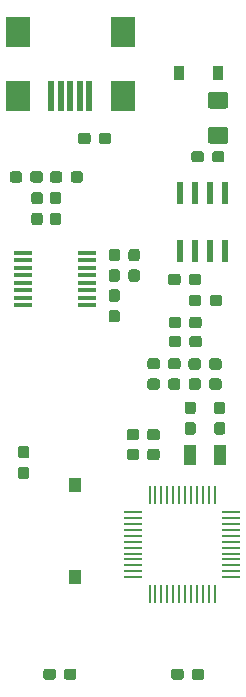
<source format=gbr>
G04 #@! TF.GenerationSoftware,KiCad,Pcbnew,(5.1.4)-1*
G04 #@! TF.CreationDate,2020-03-23T23:33:49-05:00*
G04 #@! TF.ProjectId,ExOneMicrorocessor,45784f6e-654d-4696-9372-6f726f636573,rev?*
G04 #@! TF.SameCoordinates,Original*
G04 #@! TF.FileFunction,Paste,Top*
G04 #@! TF.FilePolarity,Positive*
%FSLAX46Y46*%
G04 Gerber Fmt 4.6, Leading zero omitted, Abs format (unit mm)*
G04 Created by KiCad (PCBNEW (5.1.4)-1) date 2020-03-23 23:33:49*
%MOMM*%
%LPD*%
G04 APERTURE LIST*
%ADD10R,1.000000X1.250000*%
%ADD11R,2.000000X2.500000*%
%ADD12R,0.500000X2.500000*%
%ADD13R,0.280000X1.490000*%
%ADD14R,1.490000X0.280000*%
%ADD15R,1.000000X1.800000*%
%ADD16R,0.558800X1.981200*%
%ADD17C,0.100000*%
%ADD18C,0.950000*%
%ADD19R,1.526000X0.435000*%
%ADD20C,1.425000*%
%ADD21R,0.900000X1.200000*%
G04 APERTURE END LIST*
D10*
X150926800Y-106437200D03*
X150926800Y-114187200D03*
D11*
X146035200Y-68014900D03*
X154955200Y-68014900D03*
X146035200Y-73494900D03*
X154955200Y-73494900D03*
D12*
X148895200Y-73494900D03*
X149695200Y-73494900D03*
X150495200Y-73494900D03*
X151295200Y-73494900D03*
X152095200Y-73494900D03*
D13*
X162703960Y-115625200D03*
X162203960Y-115625200D03*
X161703960Y-115625200D03*
X161203960Y-115625200D03*
X160703960Y-115625200D03*
X160203960Y-115625200D03*
X159703960Y-115625200D03*
X159203960Y-115625200D03*
X158703960Y-115625200D03*
X158203960Y-115625200D03*
X157703960Y-115625200D03*
X157203960Y-115625200D03*
X157203960Y-107285200D03*
X157703960Y-107285200D03*
X158203960Y-107285200D03*
X158703960Y-107285200D03*
X159203960Y-107285200D03*
X159703960Y-107285200D03*
X160203960Y-107285200D03*
X160703960Y-107285200D03*
X161203960Y-107285200D03*
X161703960Y-107285200D03*
X162203960Y-107285200D03*
X162703960Y-107285200D03*
D14*
X164123960Y-108705200D03*
X164123960Y-109205200D03*
X164123960Y-109705200D03*
X164123960Y-110205200D03*
X164123960Y-110705200D03*
X164123960Y-111205200D03*
X164123960Y-111705200D03*
X164123960Y-112205200D03*
X164123960Y-112705200D03*
X164123960Y-113205200D03*
X164123960Y-113705200D03*
X164123960Y-114205200D03*
X155783960Y-114205200D03*
X155783960Y-113705200D03*
X155783960Y-113205200D03*
X155783960Y-112705200D03*
X155783960Y-112205200D03*
X155783960Y-111705200D03*
X155783960Y-111205200D03*
X155783960Y-110705200D03*
X155783960Y-110205200D03*
X155783960Y-109705200D03*
X155783960Y-109205200D03*
X155783960Y-108705200D03*
D15*
X160639440Y-103835200D03*
X163139440Y-103835200D03*
D16*
X163601400Y-86563200D03*
X162331400Y-86563200D03*
X161061400Y-86563200D03*
X159791400Y-86563200D03*
X159791400Y-81635600D03*
X161061400Y-81635600D03*
X162331400Y-81635600D03*
X163601400Y-81635600D03*
D17*
G36*
X163122179Y-90293044D02*
G01*
X163145234Y-90296463D01*
X163167843Y-90302127D01*
X163189787Y-90309979D01*
X163210857Y-90319944D01*
X163230848Y-90331926D01*
X163249568Y-90345810D01*
X163266838Y-90361462D01*
X163282490Y-90378732D01*
X163296374Y-90397452D01*
X163308356Y-90417443D01*
X163318321Y-90438513D01*
X163326173Y-90460457D01*
X163331837Y-90483066D01*
X163335256Y-90506121D01*
X163336400Y-90529400D01*
X163336400Y-91004400D01*
X163335256Y-91027679D01*
X163331837Y-91050734D01*
X163326173Y-91073343D01*
X163318321Y-91095287D01*
X163308356Y-91116357D01*
X163296374Y-91136348D01*
X163282490Y-91155068D01*
X163266838Y-91172338D01*
X163249568Y-91187990D01*
X163230848Y-91201874D01*
X163210857Y-91213856D01*
X163189787Y-91223821D01*
X163167843Y-91231673D01*
X163145234Y-91237337D01*
X163122179Y-91240756D01*
X163098900Y-91241900D01*
X162523900Y-91241900D01*
X162500621Y-91240756D01*
X162477566Y-91237337D01*
X162454957Y-91231673D01*
X162433013Y-91223821D01*
X162411943Y-91213856D01*
X162391952Y-91201874D01*
X162373232Y-91187990D01*
X162355962Y-91172338D01*
X162340310Y-91155068D01*
X162326426Y-91136348D01*
X162314444Y-91116357D01*
X162304479Y-91095287D01*
X162296627Y-91073343D01*
X162290963Y-91050734D01*
X162287544Y-91027679D01*
X162286400Y-91004400D01*
X162286400Y-90529400D01*
X162287544Y-90506121D01*
X162290963Y-90483066D01*
X162296627Y-90460457D01*
X162304479Y-90438513D01*
X162314444Y-90417443D01*
X162326426Y-90397452D01*
X162340310Y-90378732D01*
X162355962Y-90361462D01*
X162373232Y-90345810D01*
X162391952Y-90331926D01*
X162411943Y-90319944D01*
X162433013Y-90309979D01*
X162454957Y-90302127D01*
X162477566Y-90296463D01*
X162500621Y-90293044D01*
X162523900Y-90291900D01*
X163098900Y-90291900D01*
X163122179Y-90293044D01*
X163122179Y-90293044D01*
G37*
D18*
X162811400Y-90766900D03*
D17*
G36*
X161372179Y-90293044D02*
G01*
X161395234Y-90296463D01*
X161417843Y-90302127D01*
X161439787Y-90309979D01*
X161460857Y-90319944D01*
X161480848Y-90331926D01*
X161499568Y-90345810D01*
X161516838Y-90361462D01*
X161532490Y-90378732D01*
X161546374Y-90397452D01*
X161558356Y-90417443D01*
X161568321Y-90438513D01*
X161576173Y-90460457D01*
X161581837Y-90483066D01*
X161585256Y-90506121D01*
X161586400Y-90529400D01*
X161586400Y-91004400D01*
X161585256Y-91027679D01*
X161581837Y-91050734D01*
X161576173Y-91073343D01*
X161568321Y-91095287D01*
X161558356Y-91116357D01*
X161546374Y-91136348D01*
X161532490Y-91155068D01*
X161516838Y-91172338D01*
X161499568Y-91187990D01*
X161480848Y-91201874D01*
X161460857Y-91213856D01*
X161439787Y-91223821D01*
X161417843Y-91231673D01*
X161395234Y-91237337D01*
X161372179Y-91240756D01*
X161348900Y-91241900D01*
X160773900Y-91241900D01*
X160750621Y-91240756D01*
X160727566Y-91237337D01*
X160704957Y-91231673D01*
X160683013Y-91223821D01*
X160661943Y-91213856D01*
X160641952Y-91201874D01*
X160623232Y-91187990D01*
X160605962Y-91172338D01*
X160590310Y-91155068D01*
X160576426Y-91136348D01*
X160564444Y-91116357D01*
X160554479Y-91095287D01*
X160546627Y-91073343D01*
X160540963Y-91050734D01*
X160537544Y-91027679D01*
X160536400Y-91004400D01*
X160536400Y-90529400D01*
X160537544Y-90506121D01*
X160540963Y-90483066D01*
X160546627Y-90460457D01*
X160554479Y-90438513D01*
X160564444Y-90417443D01*
X160576426Y-90397452D01*
X160590310Y-90378732D01*
X160605962Y-90361462D01*
X160623232Y-90345810D01*
X160641952Y-90331926D01*
X160661943Y-90319944D01*
X160683013Y-90309979D01*
X160704957Y-90302127D01*
X160727566Y-90296463D01*
X160750621Y-90293044D01*
X160773900Y-90291900D01*
X161348900Y-90291900D01*
X161372179Y-90293044D01*
X161372179Y-90293044D01*
G37*
D18*
X161061400Y-90766900D03*
D17*
G36*
X157841579Y-101659544D02*
G01*
X157864634Y-101662963D01*
X157887243Y-101668627D01*
X157909187Y-101676479D01*
X157930257Y-101686444D01*
X157950248Y-101698426D01*
X157968968Y-101712310D01*
X157986238Y-101727962D01*
X158001890Y-101745232D01*
X158015774Y-101763952D01*
X158027756Y-101783943D01*
X158037721Y-101805013D01*
X158045573Y-101826957D01*
X158051237Y-101849566D01*
X158054656Y-101872621D01*
X158055800Y-101895900D01*
X158055800Y-102370900D01*
X158054656Y-102394179D01*
X158051237Y-102417234D01*
X158045573Y-102439843D01*
X158037721Y-102461787D01*
X158027756Y-102482857D01*
X158015774Y-102502848D01*
X158001890Y-102521568D01*
X157986238Y-102538838D01*
X157968968Y-102554490D01*
X157950248Y-102568374D01*
X157930257Y-102580356D01*
X157909187Y-102590321D01*
X157887243Y-102598173D01*
X157864634Y-102603837D01*
X157841579Y-102607256D01*
X157818300Y-102608400D01*
X157243300Y-102608400D01*
X157220021Y-102607256D01*
X157196966Y-102603837D01*
X157174357Y-102598173D01*
X157152413Y-102590321D01*
X157131343Y-102580356D01*
X157111352Y-102568374D01*
X157092632Y-102554490D01*
X157075362Y-102538838D01*
X157059710Y-102521568D01*
X157045826Y-102502848D01*
X157033844Y-102482857D01*
X157023879Y-102461787D01*
X157016027Y-102439843D01*
X157010363Y-102417234D01*
X157006944Y-102394179D01*
X157005800Y-102370900D01*
X157005800Y-101895900D01*
X157006944Y-101872621D01*
X157010363Y-101849566D01*
X157016027Y-101826957D01*
X157023879Y-101805013D01*
X157033844Y-101783943D01*
X157045826Y-101763952D01*
X157059710Y-101745232D01*
X157075362Y-101727962D01*
X157092632Y-101712310D01*
X157111352Y-101698426D01*
X157131343Y-101686444D01*
X157152413Y-101676479D01*
X157174357Y-101668627D01*
X157196966Y-101662963D01*
X157220021Y-101659544D01*
X157243300Y-101658400D01*
X157818300Y-101658400D01*
X157841579Y-101659544D01*
X157841579Y-101659544D01*
G37*
D18*
X157530800Y-102133400D03*
D17*
G36*
X156091579Y-101659544D02*
G01*
X156114634Y-101662963D01*
X156137243Y-101668627D01*
X156159187Y-101676479D01*
X156180257Y-101686444D01*
X156200248Y-101698426D01*
X156218968Y-101712310D01*
X156236238Y-101727962D01*
X156251890Y-101745232D01*
X156265774Y-101763952D01*
X156277756Y-101783943D01*
X156287721Y-101805013D01*
X156295573Y-101826957D01*
X156301237Y-101849566D01*
X156304656Y-101872621D01*
X156305800Y-101895900D01*
X156305800Y-102370900D01*
X156304656Y-102394179D01*
X156301237Y-102417234D01*
X156295573Y-102439843D01*
X156287721Y-102461787D01*
X156277756Y-102482857D01*
X156265774Y-102502848D01*
X156251890Y-102521568D01*
X156236238Y-102538838D01*
X156218968Y-102554490D01*
X156200248Y-102568374D01*
X156180257Y-102580356D01*
X156159187Y-102590321D01*
X156137243Y-102598173D01*
X156114634Y-102603837D01*
X156091579Y-102607256D01*
X156068300Y-102608400D01*
X155493300Y-102608400D01*
X155470021Y-102607256D01*
X155446966Y-102603837D01*
X155424357Y-102598173D01*
X155402413Y-102590321D01*
X155381343Y-102580356D01*
X155361352Y-102568374D01*
X155342632Y-102554490D01*
X155325362Y-102538838D01*
X155309710Y-102521568D01*
X155295826Y-102502848D01*
X155283844Y-102482857D01*
X155273879Y-102461787D01*
X155266027Y-102439843D01*
X155260363Y-102417234D01*
X155256944Y-102394179D01*
X155255800Y-102370900D01*
X155255800Y-101895900D01*
X155256944Y-101872621D01*
X155260363Y-101849566D01*
X155266027Y-101826957D01*
X155273879Y-101805013D01*
X155283844Y-101783943D01*
X155295826Y-101763952D01*
X155309710Y-101745232D01*
X155325362Y-101727962D01*
X155342632Y-101712310D01*
X155361352Y-101698426D01*
X155381343Y-101686444D01*
X155402413Y-101676479D01*
X155424357Y-101668627D01*
X155446966Y-101662963D01*
X155470021Y-101659544D01*
X155493300Y-101658400D01*
X156068300Y-101658400D01*
X156091579Y-101659544D01*
X156091579Y-101659544D01*
G37*
D18*
X155780800Y-102133400D03*
D17*
G36*
X146793379Y-103096744D02*
G01*
X146816434Y-103100163D01*
X146839043Y-103105827D01*
X146860987Y-103113679D01*
X146882057Y-103123644D01*
X146902048Y-103135626D01*
X146920768Y-103149510D01*
X146938038Y-103165162D01*
X146953690Y-103182432D01*
X146967574Y-103201152D01*
X146979556Y-103221143D01*
X146989521Y-103242213D01*
X146997373Y-103264157D01*
X147003037Y-103286766D01*
X147006456Y-103309821D01*
X147007600Y-103333100D01*
X147007600Y-103908100D01*
X147006456Y-103931379D01*
X147003037Y-103954434D01*
X146997373Y-103977043D01*
X146989521Y-103998987D01*
X146979556Y-104020057D01*
X146967574Y-104040048D01*
X146953690Y-104058768D01*
X146938038Y-104076038D01*
X146920768Y-104091690D01*
X146902048Y-104105574D01*
X146882057Y-104117556D01*
X146860987Y-104127521D01*
X146839043Y-104135373D01*
X146816434Y-104141037D01*
X146793379Y-104144456D01*
X146770100Y-104145600D01*
X146295100Y-104145600D01*
X146271821Y-104144456D01*
X146248766Y-104141037D01*
X146226157Y-104135373D01*
X146204213Y-104127521D01*
X146183143Y-104117556D01*
X146163152Y-104105574D01*
X146144432Y-104091690D01*
X146127162Y-104076038D01*
X146111510Y-104058768D01*
X146097626Y-104040048D01*
X146085644Y-104020057D01*
X146075679Y-103998987D01*
X146067827Y-103977043D01*
X146062163Y-103954434D01*
X146058744Y-103931379D01*
X146057600Y-103908100D01*
X146057600Y-103333100D01*
X146058744Y-103309821D01*
X146062163Y-103286766D01*
X146067827Y-103264157D01*
X146075679Y-103242213D01*
X146085644Y-103221143D01*
X146097626Y-103201152D01*
X146111510Y-103182432D01*
X146127162Y-103165162D01*
X146144432Y-103149510D01*
X146163152Y-103135626D01*
X146183143Y-103123644D01*
X146204213Y-103113679D01*
X146226157Y-103105827D01*
X146248766Y-103100163D01*
X146271821Y-103096744D01*
X146295100Y-103095600D01*
X146770100Y-103095600D01*
X146793379Y-103096744D01*
X146793379Y-103096744D01*
G37*
D18*
X146532600Y-103620600D03*
D17*
G36*
X146793379Y-104846744D02*
G01*
X146816434Y-104850163D01*
X146839043Y-104855827D01*
X146860987Y-104863679D01*
X146882057Y-104873644D01*
X146902048Y-104885626D01*
X146920768Y-104899510D01*
X146938038Y-104915162D01*
X146953690Y-104932432D01*
X146967574Y-104951152D01*
X146979556Y-104971143D01*
X146989521Y-104992213D01*
X146997373Y-105014157D01*
X147003037Y-105036766D01*
X147006456Y-105059821D01*
X147007600Y-105083100D01*
X147007600Y-105658100D01*
X147006456Y-105681379D01*
X147003037Y-105704434D01*
X146997373Y-105727043D01*
X146989521Y-105748987D01*
X146979556Y-105770057D01*
X146967574Y-105790048D01*
X146953690Y-105808768D01*
X146938038Y-105826038D01*
X146920768Y-105841690D01*
X146902048Y-105855574D01*
X146882057Y-105867556D01*
X146860987Y-105877521D01*
X146839043Y-105885373D01*
X146816434Y-105891037D01*
X146793379Y-105894456D01*
X146770100Y-105895600D01*
X146295100Y-105895600D01*
X146271821Y-105894456D01*
X146248766Y-105891037D01*
X146226157Y-105885373D01*
X146204213Y-105877521D01*
X146183143Y-105867556D01*
X146163152Y-105855574D01*
X146144432Y-105841690D01*
X146127162Y-105826038D01*
X146111510Y-105808768D01*
X146097626Y-105790048D01*
X146085644Y-105770057D01*
X146075679Y-105748987D01*
X146067827Y-105727043D01*
X146062163Y-105704434D01*
X146058744Y-105681379D01*
X146057600Y-105658100D01*
X146057600Y-105083100D01*
X146058744Y-105059821D01*
X146062163Y-105036766D01*
X146067827Y-105014157D01*
X146075679Y-104992213D01*
X146085644Y-104971143D01*
X146097626Y-104951152D01*
X146111510Y-104932432D01*
X146127162Y-104915162D01*
X146144432Y-104899510D01*
X146163152Y-104885626D01*
X146183143Y-104873644D01*
X146204213Y-104863679D01*
X146226157Y-104855827D01*
X146248766Y-104850163D01*
X146271821Y-104846744D01*
X146295100Y-104845600D01*
X146770100Y-104845600D01*
X146793379Y-104846744D01*
X146793379Y-104846744D01*
G37*
D18*
X146532600Y-105370600D03*
D17*
G36*
X150800699Y-121943984D02*
G01*
X150823754Y-121947403D01*
X150846363Y-121953067D01*
X150868307Y-121960919D01*
X150889377Y-121970884D01*
X150909368Y-121982866D01*
X150928088Y-121996750D01*
X150945358Y-122012402D01*
X150961010Y-122029672D01*
X150974894Y-122048392D01*
X150986876Y-122068383D01*
X150996841Y-122089453D01*
X151004693Y-122111397D01*
X151010357Y-122134006D01*
X151013776Y-122157061D01*
X151014920Y-122180340D01*
X151014920Y-122655340D01*
X151013776Y-122678619D01*
X151010357Y-122701674D01*
X151004693Y-122724283D01*
X150996841Y-122746227D01*
X150986876Y-122767297D01*
X150974894Y-122787288D01*
X150961010Y-122806008D01*
X150945358Y-122823278D01*
X150928088Y-122838930D01*
X150909368Y-122852814D01*
X150889377Y-122864796D01*
X150868307Y-122874761D01*
X150846363Y-122882613D01*
X150823754Y-122888277D01*
X150800699Y-122891696D01*
X150777420Y-122892840D01*
X150202420Y-122892840D01*
X150179141Y-122891696D01*
X150156086Y-122888277D01*
X150133477Y-122882613D01*
X150111533Y-122874761D01*
X150090463Y-122864796D01*
X150070472Y-122852814D01*
X150051752Y-122838930D01*
X150034482Y-122823278D01*
X150018830Y-122806008D01*
X150004946Y-122787288D01*
X149992964Y-122767297D01*
X149982999Y-122746227D01*
X149975147Y-122724283D01*
X149969483Y-122701674D01*
X149966064Y-122678619D01*
X149964920Y-122655340D01*
X149964920Y-122180340D01*
X149966064Y-122157061D01*
X149969483Y-122134006D01*
X149975147Y-122111397D01*
X149982999Y-122089453D01*
X149992964Y-122068383D01*
X150004946Y-122048392D01*
X150018830Y-122029672D01*
X150034482Y-122012402D01*
X150051752Y-121996750D01*
X150070472Y-121982866D01*
X150090463Y-121970884D01*
X150111533Y-121960919D01*
X150133477Y-121953067D01*
X150156086Y-121947403D01*
X150179141Y-121943984D01*
X150202420Y-121942840D01*
X150777420Y-121942840D01*
X150800699Y-121943984D01*
X150800699Y-121943984D01*
G37*
D18*
X150489920Y-122417840D03*
D17*
G36*
X149050699Y-121943984D02*
G01*
X149073754Y-121947403D01*
X149096363Y-121953067D01*
X149118307Y-121960919D01*
X149139377Y-121970884D01*
X149159368Y-121982866D01*
X149178088Y-121996750D01*
X149195358Y-122012402D01*
X149211010Y-122029672D01*
X149224894Y-122048392D01*
X149236876Y-122068383D01*
X149246841Y-122089453D01*
X149254693Y-122111397D01*
X149260357Y-122134006D01*
X149263776Y-122157061D01*
X149264920Y-122180340D01*
X149264920Y-122655340D01*
X149263776Y-122678619D01*
X149260357Y-122701674D01*
X149254693Y-122724283D01*
X149246841Y-122746227D01*
X149236876Y-122767297D01*
X149224894Y-122787288D01*
X149211010Y-122806008D01*
X149195358Y-122823278D01*
X149178088Y-122838930D01*
X149159368Y-122852814D01*
X149139377Y-122864796D01*
X149118307Y-122874761D01*
X149096363Y-122882613D01*
X149073754Y-122888277D01*
X149050699Y-122891696D01*
X149027420Y-122892840D01*
X148452420Y-122892840D01*
X148429141Y-122891696D01*
X148406086Y-122888277D01*
X148383477Y-122882613D01*
X148361533Y-122874761D01*
X148340463Y-122864796D01*
X148320472Y-122852814D01*
X148301752Y-122838930D01*
X148284482Y-122823278D01*
X148268830Y-122806008D01*
X148254946Y-122787288D01*
X148242964Y-122767297D01*
X148232999Y-122746227D01*
X148225147Y-122724283D01*
X148219483Y-122701674D01*
X148216064Y-122678619D01*
X148214920Y-122655340D01*
X148214920Y-122180340D01*
X148216064Y-122157061D01*
X148219483Y-122134006D01*
X148225147Y-122111397D01*
X148232999Y-122089453D01*
X148242964Y-122068383D01*
X148254946Y-122048392D01*
X148268830Y-122029672D01*
X148284482Y-122012402D01*
X148301752Y-121996750D01*
X148320472Y-121982866D01*
X148340463Y-121970884D01*
X148361533Y-121960919D01*
X148383477Y-121953067D01*
X148406086Y-121947403D01*
X148429141Y-121943984D01*
X148452420Y-121942840D01*
X149027420Y-121942840D01*
X149050699Y-121943984D01*
X149050699Y-121943984D01*
G37*
D18*
X148739920Y-122417840D03*
D17*
G36*
X161623579Y-121938904D02*
G01*
X161646634Y-121942323D01*
X161669243Y-121947987D01*
X161691187Y-121955839D01*
X161712257Y-121965804D01*
X161732248Y-121977786D01*
X161750968Y-121991670D01*
X161768238Y-122007322D01*
X161783890Y-122024592D01*
X161797774Y-122043312D01*
X161809756Y-122063303D01*
X161819721Y-122084373D01*
X161827573Y-122106317D01*
X161833237Y-122128926D01*
X161836656Y-122151981D01*
X161837800Y-122175260D01*
X161837800Y-122650260D01*
X161836656Y-122673539D01*
X161833237Y-122696594D01*
X161827573Y-122719203D01*
X161819721Y-122741147D01*
X161809756Y-122762217D01*
X161797774Y-122782208D01*
X161783890Y-122800928D01*
X161768238Y-122818198D01*
X161750968Y-122833850D01*
X161732248Y-122847734D01*
X161712257Y-122859716D01*
X161691187Y-122869681D01*
X161669243Y-122877533D01*
X161646634Y-122883197D01*
X161623579Y-122886616D01*
X161600300Y-122887760D01*
X161025300Y-122887760D01*
X161002021Y-122886616D01*
X160978966Y-122883197D01*
X160956357Y-122877533D01*
X160934413Y-122869681D01*
X160913343Y-122859716D01*
X160893352Y-122847734D01*
X160874632Y-122833850D01*
X160857362Y-122818198D01*
X160841710Y-122800928D01*
X160827826Y-122782208D01*
X160815844Y-122762217D01*
X160805879Y-122741147D01*
X160798027Y-122719203D01*
X160792363Y-122696594D01*
X160788944Y-122673539D01*
X160787800Y-122650260D01*
X160787800Y-122175260D01*
X160788944Y-122151981D01*
X160792363Y-122128926D01*
X160798027Y-122106317D01*
X160805879Y-122084373D01*
X160815844Y-122063303D01*
X160827826Y-122043312D01*
X160841710Y-122024592D01*
X160857362Y-122007322D01*
X160874632Y-121991670D01*
X160893352Y-121977786D01*
X160913343Y-121965804D01*
X160934413Y-121955839D01*
X160956357Y-121947987D01*
X160978966Y-121942323D01*
X161002021Y-121938904D01*
X161025300Y-121937760D01*
X161600300Y-121937760D01*
X161623579Y-121938904D01*
X161623579Y-121938904D01*
G37*
D18*
X161312800Y-122412760D03*
D17*
G36*
X159873579Y-121938904D02*
G01*
X159896634Y-121942323D01*
X159919243Y-121947987D01*
X159941187Y-121955839D01*
X159962257Y-121965804D01*
X159982248Y-121977786D01*
X160000968Y-121991670D01*
X160018238Y-122007322D01*
X160033890Y-122024592D01*
X160047774Y-122043312D01*
X160059756Y-122063303D01*
X160069721Y-122084373D01*
X160077573Y-122106317D01*
X160083237Y-122128926D01*
X160086656Y-122151981D01*
X160087800Y-122175260D01*
X160087800Y-122650260D01*
X160086656Y-122673539D01*
X160083237Y-122696594D01*
X160077573Y-122719203D01*
X160069721Y-122741147D01*
X160059756Y-122762217D01*
X160047774Y-122782208D01*
X160033890Y-122800928D01*
X160018238Y-122818198D01*
X160000968Y-122833850D01*
X159982248Y-122847734D01*
X159962257Y-122859716D01*
X159941187Y-122869681D01*
X159919243Y-122877533D01*
X159896634Y-122883197D01*
X159873579Y-122886616D01*
X159850300Y-122887760D01*
X159275300Y-122887760D01*
X159252021Y-122886616D01*
X159228966Y-122883197D01*
X159206357Y-122877533D01*
X159184413Y-122869681D01*
X159163343Y-122859716D01*
X159143352Y-122847734D01*
X159124632Y-122833850D01*
X159107362Y-122818198D01*
X159091710Y-122800928D01*
X159077826Y-122782208D01*
X159065844Y-122762217D01*
X159055879Y-122741147D01*
X159048027Y-122719203D01*
X159042363Y-122696594D01*
X159038944Y-122673539D01*
X159037800Y-122650260D01*
X159037800Y-122175260D01*
X159038944Y-122151981D01*
X159042363Y-122128926D01*
X159048027Y-122106317D01*
X159055879Y-122084373D01*
X159065844Y-122063303D01*
X159077826Y-122043312D01*
X159091710Y-122024592D01*
X159107362Y-122007322D01*
X159124632Y-121991670D01*
X159143352Y-121977786D01*
X159163343Y-121965804D01*
X159184413Y-121955839D01*
X159206357Y-121947987D01*
X159228966Y-121942323D01*
X159252021Y-121938904D01*
X159275300Y-121937760D01*
X159850300Y-121937760D01*
X159873579Y-121938904D01*
X159873579Y-121938904D01*
G37*
D18*
X159562800Y-122412760D03*
D17*
G36*
X149498479Y-81595644D02*
G01*
X149521534Y-81599063D01*
X149544143Y-81604727D01*
X149566087Y-81612579D01*
X149587157Y-81622544D01*
X149607148Y-81634526D01*
X149625868Y-81648410D01*
X149643138Y-81664062D01*
X149658790Y-81681332D01*
X149672674Y-81700052D01*
X149684656Y-81720043D01*
X149694621Y-81741113D01*
X149702473Y-81763057D01*
X149708137Y-81785666D01*
X149711556Y-81808721D01*
X149712700Y-81832000D01*
X149712700Y-82407000D01*
X149711556Y-82430279D01*
X149708137Y-82453334D01*
X149702473Y-82475943D01*
X149694621Y-82497887D01*
X149684656Y-82518957D01*
X149672674Y-82538948D01*
X149658790Y-82557668D01*
X149643138Y-82574938D01*
X149625868Y-82590590D01*
X149607148Y-82604474D01*
X149587157Y-82616456D01*
X149566087Y-82626421D01*
X149544143Y-82634273D01*
X149521534Y-82639937D01*
X149498479Y-82643356D01*
X149475200Y-82644500D01*
X149000200Y-82644500D01*
X148976921Y-82643356D01*
X148953866Y-82639937D01*
X148931257Y-82634273D01*
X148909313Y-82626421D01*
X148888243Y-82616456D01*
X148868252Y-82604474D01*
X148849532Y-82590590D01*
X148832262Y-82574938D01*
X148816610Y-82557668D01*
X148802726Y-82538948D01*
X148790744Y-82518957D01*
X148780779Y-82497887D01*
X148772927Y-82475943D01*
X148767263Y-82453334D01*
X148763844Y-82430279D01*
X148762700Y-82407000D01*
X148762700Y-81832000D01*
X148763844Y-81808721D01*
X148767263Y-81785666D01*
X148772927Y-81763057D01*
X148780779Y-81741113D01*
X148790744Y-81720043D01*
X148802726Y-81700052D01*
X148816610Y-81681332D01*
X148832262Y-81664062D01*
X148849532Y-81648410D01*
X148868252Y-81634526D01*
X148888243Y-81622544D01*
X148909313Y-81612579D01*
X148931257Y-81604727D01*
X148953866Y-81599063D01*
X148976921Y-81595644D01*
X149000200Y-81594500D01*
X149475200Y-81594500D01*
X149498479Y-81595644D01*
X149498479Y-81595644D01*
G37*
D18*
X149237700Y-82119500D03*
D17*
G36*
X149498479Y-83345644D02*
G01*
X149521534Y-83349063D01*
X149544143Y-83354727D01*
X149566087Y-83362579D01*
X149587157Y-83372544D01*
X149607148Y-83384526D01*
X149625868Y-83398410D01*
X149643138Y-83414062D01*
X149658790Y-83431332D01*
X149672674Y-83450052D01*
X149684656Y-83470043D01*
X149694621Y-83491113D01*
X149702473Y-83513057D01*
X149708137Y-83535666D01*
X149711556Y-83558721D01*
X149712700Y-83582000D01*
X149712700Y-84157000D01*
X149711556Y-84180279D01*
X149708137Y-84203334D01*
X149702473Y-84225943D01*
X149694621Y-84247887D01*
X149684656Y-84268957D01*
X149672674Y-84288948D01*
X149658790Y-84307668D01*
X149643138Y-84324938D01*
X149625868Y-84340590D01*
X149607148Y-84354474D01*
X149587157Y-84366456D01*
X149566087Y-84376421D01*
X149544143Y-84384273D01*
X149521534Y-84389937D01*
X149498479Y-84393356D01*
X149475200Y-84394500D01*
X149000200Y-84394500D01*
X148976921Y-84393356D01*
X148953866Y-84389937D01*
X148931257Y-84384273D01*
X148909313Y-84376421D01*
X148888243Y-84366456D01*
X148868252Y-84354474D01*
X148849532Y-84340590D01*
X148832262Y-84324938D01*
X148816610Y-84307668D01*
X148802726Y-84288948D01*
X148790744Y-84268957D01*
X148780779Y-84247887D01*
X148772927Y-84225943D01*
X148767263Y-84203334D01*
X148763844Y-84180279D01*
X148762700Y-84157000D01*
X148762700Y-83582000D01*
X148763844Y-83558721D01*
X148767263Y-83535666D01*
X148772927Y-83513057D01*
X148780779Y-83491113D01*
X148790744Y-83470043D01*
X148802726Y-83450052D01*
X148816610Y-83431332D01*
X148832262Y-83414062D01*
X148849532Y-83398410D01*
X148868252Y-83384526D01*
X148888243Y-83372544D01*
X148909313Y-83362579D01*
X148931257Y-83354727D01*
X148953866Y-83349063D01*
X148976921Y-83345644D01*
X149000200Y-83344500D01*
X149475200Y-83344500D01*
X149498479Y-83345644D01*
X149498479Y-83345644D01*
G37*
D18*
X149237700Y-83869500D03*
D17*
G36*
X147936379Y-81594344D02*
G01*
X147959434Y-81597763D01*
X147982043Y-81603427D01*
X148003987Y-81611279D01*
X148025057Y-81621244D01*
X148045048Y-81633226D01*
X148063768Y-81647110D01*
X148081038Y-81662762D01*
X148096690Y-81680032D01*
X148110574Y-81698752D01*
X148122556Y-81718743D01*
X148132521Y-81739813D01*
X148140373Y-81761757D01*
X148146037Y-81784366D01*
X148149456Y-81807421D01*
X148150600Y-81830700D01*
X148150600Y-82405700D01*
X148149456Y-82428979D01*
X148146037Y-82452034D01*
X148140373Y-82474643D01*
X148132521Y-82496587D01*
X148122556Y-82517657D01*
X148110574Y-82537648D01*
X148096690Y-82556368D01*
X148081038Y-82573638D01*
X148063768Y-82589290D01*
X148045048Y-82603174D01*
X148025057Y-82615156D01*
X148003987Y-82625121D01*
X147982043Y-82632973D01*
X147959434Y-82638637D01*
X147936379Y-82642056D01*
X147913100Y-82643200D01*
X147438100Y-82643200D01*
X147414821Y-82642056D01*
X147391766Y-82638637D01*
X147369157Y-82632973D01*
X147347213Y-82625121D01*
X147326143Y-82615156D01*
X147306152Y-82603174D01*
X147287432Y-82589290D01*
X147270162Y-82573638D01*
X147254510Y-82556368D01*
X147240626Y-82537648D01*
X147228644Y-82517657D01*
X147218679Y-82496587D01*
X147210827Y-82474643D01*
X147205163Y-82452034D01*
X147201744Y-82428979D01*
X147200600Y-82405700D01*
X147200600Y-81830700D01*
X147201744Y-81807421D01*
X147205163Y-81784366D01*
X147210827Y-81761757D01*
X147218679Y-81739813D01*
X147228644Y-81718743D01*
X147240626Y-81698752D01*
X147254510Y-81680032D01*
X147270162Y-81662762D01*
X147287432Y-81647110D01*
X147306152Y-81633226D01*
X147326143Y-81621244D01*
X147347213Y-81611279D01*
X147369157Y-81603427D01*
X147391766Y-81597763D01*
X147414821Y-81594344D01*
X147438100Y-81593200D01*
X147913100Y-81593200D01*
X147936379Y-81594344D01*
X147936379Y-81594344D01*
G37*
D18*
X147675600Y-82118200D03*
D17*
G36*
X147936379Y-83344344D02*
G01*
X147959434Y-83347763D01*
X147982043Y-83353427D01*
X148003987Y-83361279D01*
X148025057Y-83371244D01*
X148045048Y-83383226D01*
X148063768Y-83397110D01*
X148081038Y-83412762D01*
X148096690Y-83430032D01*
X148110574Y-83448752D01*
X148122556Y-83468743D01*
X148132521Y-83489813D01*
X148140373Y-83511757D01*
X148146037Y-83534366D01*
X148149456Y-83557421D01*
X148150600Y-83580700D01*
X148150600Y-84155700D01*
X148149456Y-84178979D01*
X148146037Y-84202034D01*
X148140373Y-84224643D01*
X148132521Y-84246587D01*
X148122556Y-84267657D01*
X148110574Y-84287648D01*
X148096690Y-84306368D01*
X148081038Y-84323638D01*
X148063768Y-84339290D01*
X148045048Y-84353174D01*
X148025057Y-84365156D01*
X148003987Y-84375121D01*
X147982043Y-84382973D01*
X147959434Y-84388637D01*
X147936379Y-84392056D01*
X147913100Y-84393200D01*
X147438100Y-84393200D01*
X147414821Y-84392056D01*
X147391766Y-84388637D01*
X147369157Y-84382973D01*
X147347213Y-84375121D01*
X147326143Y-84365156D01*
X147306152Y-84353174D01*
X147287432Y-84339290D01*
X147270162Y-84323638D01*
X147254510Y-84306368D01*
X147240626Y-84287648D01*
X147228644Y-84267657D01*
X147218679Y-84246587D01*
X147210827Y-84224643D01*
X147205163Y-84202034D01*
X147201744Y-84178979D01*
X147200600Y-84155700D01*
X147200600Y-83580700D01*
X147201744Y-83557421D01*
X147205163Y-83534366D01*
X147210827Y-83511757D01*
X147218679Y-83489813D01*
X147228644Y-83468743D01*
X147240626Y-83448752D01*
X147254510Y-83430032D01*
X147270162Y-83412762D01*
X147287432Y-83397110D01*
X147306152Y-83383226D01*
X147326143Y-83371244D01*
X147347213Y-83361279D01*
X147369157Y-83353427D01*
X147391766Y-83347763D01*
X147414821Y-83344344D01*
X147438100Y-83343200D01*
X147913100Y-83343200D01*
X147936379Y-83344344D01*
X147936379Y-83344344D01*
G37*
D18*
X147675600Y-83868200D03*
D19*
X151886200Y-86754200D03*
X151886200Y-87388200D03*
X151886200Y-88024200D03*
X151886200Y-88658200D03*
X151886200Y-89294200D03*
X151886200Y-89928200D03*
X151886200Y-90564200D03*
X151886200Y-91198200D03*
X146462200Y-91198200D03*
X146462200Y-90564200D03*
X146462200Y-89928200D03*
X146462200Y-89294200D03*
X146462200Y-88658200D03*
X146462200Y-88024200D03*
X146462200Y-87388200D03*
X146462200Y-86754200D03*
D17*
G36*
X163654004Y-73097904D02*
G01*
X163678273Y-73101504D01*
X163702071Y-73107465D01*
X163725171Y-73115730D01*
X163747349Y-73126220D01*
X163768393Y-73138833D01*
X163788098Y-73153447D01*
X163806277Y-73169923D01*
X163822753Y-73188102D01*
X163837367Y-73207807D01*
X163849980Y-73228851D01*
X163860470Y-73251029D01*
X163868735Y-73274129D01*
X163874696Y-73297927D01*
X163878296Y-73322196D01*
X163879500Y-73346700D01*
X163879500Y-74271700D01*
X163878296Y-74296204D01*
X163874696Y-74320473D01*
X163868735Y-74344271D01*
X163860470Y-74367371D01*
X163849980Y-74389549D01*
X163837367Y-74410593D01*
X163822753Y-74430298D01*
X163806277Y-74448477D01*
X163788098Y-74464953D01*
X163768393Y-74479567D01*
X163747349Y-74492180D01*
X163725171Y-74502670D01*
X163702071Y-74510935D01*
X163678273Y-74516896D01*
X163654004Y-74520496D01*
X163629500Y-74521700D01*
X162379500Y-74521700D01*
X162354996Y-74520496D01*
X162330727Y-74516896D01*
X162306929Y-74510935D01*
X162283829Y-74502670D01*
X162261651Y-74492180D01*
X162240607Y-74479567D01*
X162220902Y-74464953D01*
X162202723Y-74448477D01*
X162186247Y-74430298D01*
X162171633Y-74410593D01*
X162159020Y-74389549D01*
X162148530Y-74367371D01*
X162140265Y-74344271D01*
X162134304Y-74320473D01*
X162130704Y-74296204D01*
X162129500Y-74271700D01*
X162129500Y-73346700D01*
X162130704Y-73322196D01*
X162134304Y-73297927D01*
X162140265Y-73274129D01*
X162148530Y-73251029D01*
X162159020Y-73228851D01*
X162171633Y-73207807D01*
X162186247Y-73188102D01*
X162202723Y-73169923D01*
X162220902Y-73153447D01*
X162240607Y-73138833D01*
X162261651Y-73126220D01*
X162283829Y-73115730D01*
X162306929Y-73107465D01*
X162330727Y-73101504D01*
X162354996Y-73097904D01*
X162379500Y-73096700D01*
X163629500Y-73096700D01*
X163654004Y-73097904D01*
X163654004Y-73097904D01*
G37*
D20*
X163004500Y-73809200D03*
D17*
G36*
X163654004Y-76072904D02*
G01*
X163678273Y-76076504D01*
X163702071Y-76082465D01*
X163725171Y-76090730D01*
X163747349Y-76101220D01*
X163768393Y-76113833D01*
X163788098Y-76128447D01*
X163806277Y-76144923D01*
X163822753Y-76163102D01*
X163837367Y-76182807D01*
X163849980Y-76203851D01*
X163860470Y-76226029D01*
X163868735Y-76249129D01*
X163874696Y-76272927D01*
X163878296Y-76297196D01*
X163879500Y-76321700D01*
X163879500Y-77246700D01*
X163878296Y-77271204D01*
X163874696Y-77295473D01*
X163868735Y-77319271D01*
X163860470Y-77342371D01*
X163849980Y-77364549D01*
X163837367Y-77385593D01*
X163822753Y-77405298D01*
X163806277Y-77423477D01*
X163788098Y-77439953D01*
X163768393Y-77454567D01*
X163747349Y-77467180D01*
X163725171Y-77477670D01*
X163702071Y-77485935D01*
X163678273Y-77491896D01*
X163654004Y-77495496D01*
X163629500Y-77496700D01*
X162379500Y-77496700D01*
X162354996Y-77495496D01*
X162330727Y-77491896D01*
X162306929Y-77485935D01*
X162283829Y-77477670D01*
X162261651Y-77467180D01*
X162240607Y-77454567D01*
X162220902Y-77439953D01*
X162202723Y-77423477D01*
X162186247Y-77405298D01*
X162171633Y-77385593D01*
X162159020Y-77364549D01*
X162148530Y-77342371D01*
X162140265Y-77319271D01*
X162134304Y-77295473D01*
X162130704Y-77271204D01*
X162129500Y-77246700D01*
X162129500Y-76321700D01*
X162130704Y-76297196D01*
X162134304Y-76272927D01*
X162140265Y-76249129D01*
X162148530Y-76226029D01*
X162159020Y-76203851D01*
X162171633Y-76182807D01*
X162186247Y-76163102D01*
X162202723Y-76144923D01*
X162220902Y-76128447D01*
X162240607Y-76113833D01*
X162261651Y-76101220D01*
X162283829Y-76090730D01*
X162306929Y-76082465D01*
X162330727Y-76076504D01*
X162354996Y-76072904D01*
X162379500Y-76071700D01*
X163629500Y-76071700D01*
X163654004Y-76072904D01*
X163654004Y-76072904D01*
G37*
D20*
X163004500Y-76784200D03*
D21*
X159704500Y-71526400D03*
X163004500Y-71526400D03*
D17*
G36*
X161408979Y-93772844D02*
G01*
X161432034Y-93776263D01*
X161454643Y-93781927D01*
X161476587Y-93789779D01*
X161497657Y-93799744D01*
X161517648Y-93811726D01*
X161536368Y-93825610D01*
X161553638Y-93841262D01*
X161569290Y-93858532D01*
X161583174Y-93877252D01*
X161595156Y-93897243D01*
X161605121Y-93918313D01*
X161612973Y-93940257D01*
X161618637Y-93962866D01*
X161622056Y-93985921D01*
X161623200Y-94009200D01*
X161623200Y-94484200D01*
X161622056Y-94507479D01*
X161618637Y-94530534D01*
X161612973Y-94553143D01*
X161605121Y-94575087D01*
X161595156Y-94596157D01*
X161583174Y-94616148D01*
X161569290Y-94634868D01*
X161553638Y-94652138D01*
X161536368Y-94667790D01*
X161517648Y-94681674D01*
X161497657Y-94693656D01*
X161476587Y-94703621D01*
X161454643Y-94711473D01*
X161432034Y-94717137D01*
X161408979Y-94720556D01*
X161385700Y-94721700D01*
X160810700Y-94721700D01*
X160787421Y-94720556D01*
X160764366Y-94717137D01*
X160741757Y-94711473D01*
X160719813Y-94703621D01*
X160698743Y-94693656D01*
X160678752Y-94681674D01*
X160660032Y-94667790D01*
X160642762Y-94652138D01*
X160627110Y-94634868D01*
X160613226Y-94616148D01*
X160601244Y-94596157D01*
X160591279Y-94575087D01*
X160583427Y-94553143D01*
X160577763Y-94530534D01*
X160574344Y-94507479D01*
X160573200Y-94484200D01*
X160573200Y-94009200D01*
X160574344Y-93985921D01*
X160577763Y-93962866D01*
X160583427Y-93940257D01*
X160591279Y-93918313D01*
X160601244Y-93897243D01*
X160613226Y-93877252D01*
X160627110Y-93858532D01*
X160642762Y-93841262D01*
X160660032Y-93825610D01*
X160678752Y-93811726D01*
X160698743Y-93799744D01*
X160719813Y-93789779D01*
X160741757Y-93781927D01*
X160764366Y-93776263D01*
X160787421Y-93772844D01*
X160810700Y-93771700D01*
X161385700Y-93771700D01*
X161408979Y-93772844D01*
X161408979Y-93772844D01*
G37*
D18*
X161098200Y-94246700D03*
D17*
G36*
X159658979Y-93772844D02*
G01*
X159682034Y-93776263D01*
X159704643Y-93781927D01*
X159726587Y-93789779D01*
X159747657Y-93799744D01*
X159767648Y-93811726D01*
X159786368Y-93825610D01*
X159803638Y-93841262D01*
X159819290Y-93858532D01*
X159833174Y-93877252D01*
X159845156Y-93897243D01*
X159855121Y-93918313D01*
X159862973Y-93940257D01*
X159868637Y-93962866D01*
X159872056Y-93985921D01*
X159873200Y-94009200D01*
X159873200Y-94484200D01*
X159872056Y-94507479D01*
X159868637Y-94530534D01*
X159862973Y-94553143D01*
X159855121Y-94575087D01*
X159845156Y-94596157D01*
X159833174Y-94616148D01*
X159819290Y-94634868D01*
X159803638Y-94652138D01*
X159786368Y-94667790D01*
X159767648Y-94681674D01*
X159747657Y-94693656D01*
X159726587Y-94703621D01*
X159704643Y-94711473D01*
X159682034Y-94717137D01*
X159658979Y-94720556D01*
X159635700Y-94721700D01*
X159060700Y-94721700D01*
X159037421Y-94720556D01*
X159014366Y-94717137D01*
X158991757Y-94711473D01*
X158969813Y-94703621D01*
X158948743Y-94693656D01*
X158928752Y-94681674D01*
X158910032Y-94667790D01*
X158892762Y-94652138D01*
X158877110Y-94634868D01*
X158863226Y-94616148D01*
X158851244Y-94596157D01*
X158841279Y-94575087D01*
X158833427Y-94553143D01*
X158827763Y-94530534D01*
X158824344Y-94507479D01*
X158823200Y-94484200D01*
X158823200Y-94009200D01*
X158824344Y-93985921D01*
X158827763Y-93962866D01*
X158833427Y-93940257D01*
X158841279Y-93918313D01*
X158851244Y-93897243D01*
X158863226Y-93877252D01*
X158877110Y-93858532D01*
X158892762Y-93841262D01*
X158910032Y-93825610D01*
X158928752Y-93811726D01*
X158948743Y-93799744D01*
X158969813Y-93789779D01*
X158991757Y-93781927D01*
X159014366Y-93776263D01*
X159037421Y-93772844D01*
X159060700Y-93771700D01*
X159635700Y-93771700D01*
X159658979Y-93772844D01*
X159658979Y-93772844D01*
G37*
D18*
X159348200Y-94246700D03*
D17*
G36*
X161397579Y-92159944D02*
G01*
X161420634Y-92163363D01*
X161443243Y-92169027D01*
X161465187Y-92176879D01*
X161486257Y-92186844D01*
X161506248Y-92198826D01*
X161524968Y-92212710D01*
X161542238Y-92228362D01*
X161557890Y-92245632D01*
X161571774Y-92264352D01*
X161583756Y-92284343D01*
X161593721Y-92305413D01*
X161601573Y-92327357D01*
X161607237Y-92349966D01*
X161610656Y-92373021D01*
X161611800Y-92396300D01*
X161611800Y-92871300D01*
X161610656Y-92894579D01*
X161607237Y-92917634D01*
X161601573Y-92940243D01*
X161593721Y-92962187D01*
X161583756Y-92983257D01*
X161571774Y-93003248D01*
X161557890Y-93021968D01*
X161542238Y-93039238D01*
X161524968Y-93054890D01*
X161506248Y-93068774D01*
X161486257Y-93080756D01*
X161465187Y-93090721D01*
X161443243Y-93098573D01*
X161420634Y-93104237D01*
X161397579Y-93107656D01*
X161374300Y-93108800D01*
X160799300Y-93108800D01*
X160776021Y-93107656D01*
X160752966Y-93104237D01*
X160730357Y-93098573D01*
X160708413Y-93090721D01*
X160687343Y-93080756D01*
X160667352Y-93068774D01*
X160648632Y-93054890D01*
X160631362Y-93039238D01*
X160615710Y-93021968D01*
X160601826Y-93003248D01*
X160589844Y-92983257D01*
X160579879Y-92962187D01*
X160572027Y-92940243D01*
X160566363Y-92917634D01*
X160562944Y-92894579D01*
X160561800Y-92871300D01*
X160561800Y-92396300D01*
X160562944Y-92373021D01*
X160566363Y-92349966D01*
X160572027Y-92327357D01*
X160579879Y-92305413D01*
X160589844Y-92284343D01*
X160601826Y-92264352D01*
X160615710Y-92245632D01*
X160631362Y-92228362D01*
X160648632Y-92212710D01*
X160667352Y-92198826D01*
X160687343Y-92186844D01*
X160708413Y-92176879D01*
X160730357Y-92169027D01*
X160752966Y-92163363D01*
X160776021Y-92159944D01*
X160799300Y-92158800D01*
X161374300Y-92158800D01*
X161397579Y-92159944D01*
X161397579Y-92159944D01*
G37*
D18*
X161086800Y-92633800D03*
D17*
G36*
X159647579Y-92159944D02*
G01*
X159670634Y-92163363D01*
X159693243Y-92169027D01*
X159715187Y-92176879D01*
X159736257Y-92186844D01*
X159756248Y-92198826D01*
X159774968Y-92212710D01*
X159792238Y-92228362D01*
X159807890Y-92245632D01*
X159821774Y-92264352D01*
X159833756Y-92284343D01*
X159843721Y-92305413D01*
X159851573Y-92327357D01*
X159857237Y-92349966D01*
X159860656Y-92373021D01*
X159861800Y-92396300D01*
X159861800Y-92871300D01*
X159860656Y-92894579D01*
X159857237Y-92917634D01*
X159851573Y-92940243D01*
X159843721Y-92962187D01*
X159833756Y-92983257D01*
X159821774Y-93003248D01*
X159807890Y-93021968D01*
X159792238Y-93039238D01*
X159774968Y-93054890D01*
X159756248Y-93068774D01*
X159736257Y-93080756D01*
X159715187Y-93090721D01*
X159693243Y-93098573D01*
X159670634Y-93104237D01*
X159647579Y-93107656D01*
X159624300Y-93108800D01*
X159049300Y-93108800D01*
X159026021Y-93107656D01*
X159002966Y-93104237D01*
X158980357Y-93098573D01*
X158958413Y-93090721D01*
X158937343Y-93080756D01*
X158917352Y-93068774D01*
X158898632Y-93054890D01*
X158881362Y-93039238D01*
X158865710Y-93021968D01*
X158851826Y-93003248D01*
X158839844Y-92983257D01*
X158829879Y-92962187D01*
X158822027Y-92940243D01*
X158816363Y-92917634D01*
X158812944Y-92894579D01*
X158811800Y-92871300D01*
X158811800Y-92396300D01*
X158812944Y-92373021D01*
X158816363Y-92349966D01*
X158822027Y-92327357D01*
X158829879Y-92305413D01*
X158839844Y-92284343D01*
X158851826Y-92264352D01*
X158865710Y-92245632D01*
X158881362Y-92228362D01*
X158898632Y-92212710D01*
X158917352Y-92198826D01*
X158937343Y-92186844D01*
X158958413Y-92176879D01*
X158980357Y-92169027D01*
X159002966Y-92163363D01*
X159026021Y-92159944D01*
X159049300Y-92158800D01*
X159624300Y-92158800D01*
X159647579Y-92159944D01*
X159647579Y-92159944D01*
G37*
D18*
X159336800Y-92633800D03*
D17*
G36*
X161370879Y-88515044D02*
G01*
X161393934Y-88518463D01*
X161416543Y-88524127D01*
X161438487Y-88531979D01*
X161459557Y-88541944D01*
X161479548Y-88553926D01*
X161498268Y-88567810D01*
X161515538Y-88583462D01*
X161531190Y-88600732D01*
X161545074Y-88619452D01*
X161557056Y-88639443D01*
X161567021Y-88660513D01*
X161574873Y-88682457D01*
X161580537Y-88705066D01*
X161583956Y-88728121D01*
X161585100Y-88751400D01*
X161585100Y-89226400D01*
X161583956Y-89249679D01*
X161580537Y-89272734D01*
X161574873Y-89295343D01*
X161567021Y-89317287D01*
X161557056Y-89338357D01*
X161545074Y-89358348D01*
X161531190Y-89377068D01*
X161515538Y-89394338D01*
X161498268Y-89409990D01*
X161479548Y-89423874D01*
X161459557Y-89435856D01*
X161438487Y-89445821D01*
X161416543Y-89453673D01*
X161393934Y-89459337D01*
X161370879Y-89462756D01*
X161347600Y-89463900D01*
X160772600Y-89463900D01*
X160749321Y-89462756D01*
X160726266Y-89459337D01*
X160703657Y-89453673D01*
X160681713Y-89445821D01*
X160660643Y-89435856D01*
X160640652Y-89423874D01*
X160621932Y-89409990D01*
X160604662Y-89394338D01*
X160589010Y-89377068D01*
X160575126Y-89358348D01*
X160563144Y-89338357D01*
X160553179Y-89317287D01*
X160545327Y-89295343D01*
X160539663Y-89272734D01*
X160536244Y-89249679D01*
X160535100Y-89226400D01*
X160535100Y-88751400D01*
X160536244Y-88728121D01*
X160539663Y-88705066D01*
X160545327Y-88682457D01*
X160553179Y-88660513D01*
X160563144Y-88639443D01*
X160575126Y-88619452D01*
X160589010Y-88600732D01*
X160604662Y-88583462D01*
X160621932Y-88567810D01*
X160640652Y-88553926D01*
X160660643Y-88541944D01*
X160681713Y-88531979D01*
X160703657Y-88524127D01*
X160726266Y-88518463D01*
X160749321Y-88515044D01*
X160772600Y-88513900D01*
X161347600Y-88513900D01*
X161370879Y-88515044D01*
X161370879Y-88515044D01*
G37*
D18*
X161060100Y-88988900D03*
D17*
G36*
X159620879Y-88515044D02*
G01*
X159643934Y-88518463D01*
X159666543Y-88524127D01*
X159688487Y-88531979D01*
X159709557Y-88541944D01*
X159729548Y-88553926D01*
X159748268Y-88567810D01*
X159765538Y-88583462D01*
X159781190Y-88600732D01*
X159795074Y-88619452D01*
X159807056Y-88639443D01*
X159817021Y-88660513D01*
X159824873Y-88682457D01*
X159830537Y-88705066D01*
X159833956Y-88728121D01*
X159835100Y-88751400D01*
X159835100Y-89226400D01*
X159833956Y-89249679D01*
X159830537Y-89272734D01*
X159824873Y-89295343D01*
X159817021Y-89317287D01*
X159807056Y-89338357D01*
X159795074Y-89358348D01*
X159781190Y-89377068D01*
X159765538Y-89394338D01*
X159748268Y-89409990D01*
X159729548Y-89423874D01*
X159709557Y-89435856D01*
X159688487Y-89445821D01*
X159666543Y-89453673D01*
X159643934Y-89459337D01*
X159620879Y-89462756D01*
X159597600Y-89463900D01*
X159022600Y-89463900D01*
X158999321Y-89462756D01*
X158976266Y-89459337D01*
X158953657Y-89453673D01*
X158931713Y-89445821D01*
X158910643Y-89435856D01*
X158890652Y-89423874D01*
X158871932Y-89409990D01*
X158854662Y-89394338D01*
X158839010Y-89377068D01*
X158825126Y-89358348D01*
X158813144Y-89338357D01*
X158803179Y-89317287D01*
X158795327Y-89295343D01*
X158789663Y-89272734D01*
X158786244Y-89249679D01*
X158785100Y-89226400D01*
X158785100Y-88751400D01*
X158786244Y-88728121D01*
X158789663Y-88705066D01*
X158795327Y-88682457D01*
X158803179Y-88660513D01*
X158813144Y-88639443D01*
X158825126Y-88619452D01*
X158839010Y-88600732D01*
X158854662Y-88583462D01*
X158871932Y-88567810D01*
X158890652Y-88553926D01*
X158910643Y-88541944D01*
X158931713Y-88531979D01*
X158953657Y-88524127D01*
X158976266Y-88518463D01*
X158999321Y-88515044D01*
X159022600Y-88513900D01*
X159597600Y-88513900D01*
X159620879Y-88515044D01*
X159620879Y-88515044D01*
G37*
D18*
X159310100Y-88988900D03*
D17*
G36*
X163327979Y-78126444D02*
G01*
X163351034Y-78129863D01*
X163373643Y-78135527D01*
X163395587Y-78143379D01*
X163416657Y-78153344D01*
X163436648Y-78165326D01*
X163455368Y-78179210D01*
X163472638Y-78194862D01*
X163488290Y-78212132D01*
X163502174Y-78230852D01*
X163514156Y-78250843D01*
X163524121Y-78271913D01*
X163531973Y-78293857D01*
X163537637Y-78316466D01*
X163541056Y-78339521D01*
X163542200Y-78362800D01*
X163542200Y-78837800D01*
X163541056Y-78861079D01*
X163537637Y-78884134D01*
X163531973Y-78906743D01*
X163524121Y-78928687D01*
X163514156Y-78949757D01*
X163502174Y-78969748D01*
X163488290Y-78988468D01*
X163472638Y-79005738D01*
X163455368Y-79021390D01*
X163436648Y-79035274D01*
X163416657Y-79047256D01*
X163395587Y-79057221D01*
X163373643Y-79065073D01*
X163351034Y-79070737D01*
X163327979Y-79074156D01*
X163304700Y-79075300D01*
X162729700Y-79075300D01*
X162706421Y-79074156D01*
X162683366Y-79070737D01*
X162660757Y-79065073D01*
X162638813Y-79057221D01*
X162617743Y-79047256D01*
X162597752Y-79035274D01*
X162579032Y-79021390D01*
X162561762Y-79005738D01*
X162546110Y-78988468D01*
X162532226Y-78969748D01*
X162520244Y-78949757D01*
X162510279Y-78928687D01*
X162502427Y-78906743D01*
X162496763Y-78884134D01*
X162493344Y-78861079D01*
X162492200Y-78837800D01*
X162492200Y-78362800D01*
X162493344Y-78339521D01*
X162496763Y-78316466D01*
X162502427Y-78293857D01*
X162510279Y-78271913D01*
X162520244Y-78250843D01*
X162532226Y-78230852D01*
X162546110Y-78212132D01*
X162561762Y-78194862D01*
X162579032Y-78179210D01*
X162597752Y-78165326D01*
X162617743Y-78153344D01*
X162638813Y-78143379D01*
X162660757Y-78135527D01*
X162683366Y-78129863D01*
X162706421Y-78126444D01*
X162729700Y-78125300D01*
X163304700Y-78125300D01*
X163327979Y-78126444D01*
X163327979Y-78126444D01*
G37*
D18*
X163017200Y-78600300D03*
D17*
G36*
X161577979Y-78126444D02*
G01*
X161601034Y-78129863D01*
X161623643Y-78135527D01*
X161645587Y-78143379D01*
X161666657Y-78153344D01*
X161686648Y-78165326D01*
X161705368Y-78179210D01*
X161722638Y-78194862D01*
X161738290Y-78212132D01*
X161752174Y-78230852D01*
X161764156Y-78250843D01*
X161774121Y-78271913D01*
X161781973Y-78293857D01*
X161787637Y-78316466D01*
X161791056Y-78339521D01*
X161792200Y-78362800D01*
X161792200Y-78837800D01*
X161791056Y-78861079D01*
X161787637Y-78884134D01*
X161781973Y-78906743D01*
X161774121Y-78928687D01*
X161764156Y-78949757D01*
X161752174Y-78969748D01*
X161738290Y-78988468D01*
X161722638Y-79005738D01*
X161705368Y-79021390D01*
X161686648Y-79035274D01*
X161666657Y-79047256D01*
X161645587Y-79057221D01*
X161623643Y-79065073D01*
X161601034Y-79070737D01*
X161577979Y-79074156D01*
X161554700Y-79075300D01*
X160979700Y-79075300D01*
X160956421Y-79074156D01*
X160933366Y-79070737D01*
X160910757Y-79065073D01*
X160888813Y-79057221D01*
X160867743Y-79047256D01*
X160847752Y-79035274D01*
X160829032Y-79021390D01*
X160811762Y-79005738D01*
X160796110Y-78988468D01*
X160782226Y-78969748D01*
X160770244Y-78949757D01*
X160760279Y-78928687D01*
X160752427Y-78906743D01*
X160746763Y-78884134D01*
X160743344Y-78861079D01*
X160742200Y-78837800D01*
X160742200Y-78362800D01*
X160743344Y-78339521D01*
X160746763Y-78316466D01*
X160752427Y-78293857D01*
X160760279Y-78271913D01*
X160770244Y-78250843D01*
X160782226Y-78230852D01*
X160796110Y-78212132D01*
X160811762Y-78194862D01*
X160829032Y-78179210D01*
X160847752Y-78165326D01*
X160867743Y-78153344D01*
X160888813Y-78143379D01*
X160910757Y-78135527D01*
X160933366Y-78129863D01*
X160956421Y-78126444D01*
X160979700Y-78125300D01*
X161554700Y-78125300D01*
X161577979Y-78126444D01*
X161577979Y-78126444D01*
G37*
D18*
X161267200Y-78600300D03*
D17*
G36*
X157841579Y-103335944D02*
G01*
X157864634Y-103339363D01*
X157887243Y-103345027D01*
X157909187Y-103352879D01*
X157930257Y-103362844D01*
X157950248Y-103374826D01*
X157968968Y-103388710D01*
X157986238Y-103404362D01*
X158001890Y-103421632D01*
X158015774Y-103440352D01*
X158027756Y-103460343D01*
X158037721Y-103481413D01*
X158045573Y-103503357D01*
X158051237Y-103525966D01*
X158054656Y-103549021D01*
X158055800Y-103572300D01*
X158055800Y-104047300D01*
X158054656Y-104070579D01*
X158051237Y-104093634D01*
X158045573Y-104116243D01*
X158037721Y-104138187D01*
X158027756Y-104159257D01*
X158015774Y-104179248D01*
X158001890Y-104197968D01*
X157986238Y-104215238D01*
X157968968Y-104230890D01*
X157950248Y-104244774D01*
X157930257Y-104256756D01*
X157909187Y-104266721D01*
X157887243Y-104274573D01*
X157864634Y-104280237D01*
X157841579Y-104283656D01*
X157818300Y-104284800D01*
X157243300Y-104284800D01*
X157220021Y-104283656D01*
X157196966Y-104280237D01*
X157174357Y-104274573D01*
X157152413Y-104266721D01*
X157131343Y-104256756D01*
X157111352Y-104244774D01*
X157092632Y-104230890D01*
X157075362Y-104215238D01*
X157059710Y-104197968D01*
X157045826Y-104179248D01*
X157033844Y-104159257D01*
X157023879Y-104138187D01*
X157016027Y-104116243D01*
X157010363Y-104093634D01*
X157006944Y-104070579D01*
X157005800Y-104047300D01*
X157005800Y-103572300D01*
X157006944Y-103549021D01*
X157010363Y-103525966D01*
X157016027Y-103503357D01*
X157023879Y-103481413D01*
X157033844Y-103460343D01*
X157045826Y-103440352D01*
X157059710Y-103421632D01*
X157075362Y-103404362D01*
X157092632Y-103388710D01*
X157111352Y-103374826D01*
X157131343Y-103362844D01*
X157152413Y-103352879D01*
X157174357Y-103345027D01*
X157196966Y-103339363D01*
X157220021Y-103335944D01*
X157243300Y-103334800D01*
X157818300Y-103334800D01*
X157841579Y-103335944D01*
X157841579Y-103335944D01*
G37*
D18*
X157530800Y-103809800D03*
D17*
G36*
X156091579Y-103335944D02*
G01*
X156114634Y-103339363D01*
X156137243Y-103345027D01*
X156159187Y-103352879D01*
X156180257Y-103362844D01*
X156200248Y-103374826D01*
X156218968Y-103388710D01*
X156236238Y-103404362D01*
X156251890Y-103421632D01*
X156265774Y-103440352D01*
X156277756Y-103460343D01*
X156287721Y-103481413D01*
X156295573Y-103503357D01*
X156301237Y-103525966D01*
X156304656Y-103549021D01*
X156305800Y-103572300D01*
X156305800Y-104047300D01*
X156304656Y-104070579D01*
X156301237Y-104093634D01*
X156295573Y-104116243D01*
X156287721Y-104138187D01*
X156277756Y-104159257D01*
X156265774Y-104179248D01*
X156251890Y-104197968D01*
X156236238Y-104215238D01*
X156218968Y-104230890D01*
X156200248Y-104244774D01*
X156180257Y-104256756D01*
X156159187Y-104266721D01*
X156137243Y-104274573D01*
X156114634Y-104280237D01*
X156091579Y-104283656D01*
X156068300Y-104284800D01*
X155493300Y-104284800D01*
X155470021Y-104283656D01*
X155446966Y-104280237D01*
X155424357Y-104274573D01*
X155402413Y-104266721D01*
X155381343Y-104256756D01*
X155361352Y-104244774D01*
X155342632Y-104230890D01*
X155325362Y-104215238D01*
X155309710Y-104197968D01*
X155295826Y-104179248D01*
X155283844Y-104159257D01*
X155273879Y-104138187D01*
X155266027Y-104116243D01*
X155260363Y-104093634D01*
X155256944Y-104070579D01*
X155255800Y-104047300D01*
X155255800Y-103572300D01*
X155256944Y-103549021D01*
X155260363Y-103525966D01*
X155266027Y-103503357D01*
X155273879Y-103481413D01*
X155283844Y-103460343D01*
X155295826Y-103440352D01*
X155309710Y-103421632D01*
X155325362Y-103404362D01*
X155342632Y-103388710D01*
X155361352Y-103374826D01*
X155381343Y-103362844D01*
X155402413Y-103352879D01*
X155424357Y-103345027D01*
X155446966Y-103339363D01*
X155470021Y-103335944D01*
X155493300Y-103334800D01*
X156068300Y-103334800D01*
X156091579Y-103335944D01*
X156091579Y-103335944D01*
G37*
D18*
X155780800Y-103809800D03*
D17*
G36*
X156153279Y-88146244D02*
G01*
X156176334Y-88149663D01*
X156198943Y-88155327D01*
X156220887Y-88163179D01*
X156241957Y-88173144D01*
X156261948Y-88185126D01*
X156280668Y-88199010D01*
X156297938Y-88214662D01*
X156313590Y-88231932D01*
X156327474Y-88250652D01*
X156339456Y-88270643D01*
X156349421Y-88291713D01*
X156357273Y-88313657D01*
X156362937Y-88336266D01*
X156366356Y-88359321D01*
X156367500Y-88382600D01*
X156367500Y-88957600D01*
X156366356Y-88980879D01*
X156362937Y-89003934D01*
X156357273Y-89026543D01*
X156349421Y-89048487D01*
X156339456Y-89069557D01*
X156327474Y-89089548D01*
X156313590Y-89108268D01*
X156297938Y-89125538D01*
X156280668Y-89141190D01*
X156261948Y-89155074D01*
X156241957Y-89167056D01*
X156220887Y-89177021D01*
X156198943Y-89184873D01*
X156176334Y-89190537D01*
X156153279Y-89193956D01*
X156130000Y-89195100D01*
X155655000Y-89195100D01*
X155631721Y-89193956D01*
X155608666Y-89190537D01*
X155586057Y-89184873D01*
X155564113Y-89177021D01*
X155543043Y-89167056D01*
X155523052Y-89155074D01*
X155504332Y-89141190D01*
X155487062Y-89125538D01*
X155471410Y-89108268D01*
X155457526Y-89089548D01*
X155445544Y-89069557D01*
X155435579Y-89048487D01*
X155427727Y-89026543D01*
X155422063Y-89003934D01*
X155418644Y-88980879D01*
X155417500Y-88957600D01*
X155417500Y-88382600D01*
X155418644Y-88359321D01*
X155422063Y-88336266D01*
X155427727Y-88313657D01*
X155435579Y-88291713D01*
X155445544Y-88270643D01*
X155457526Y-88250652D01*
X155471410Y-88231932D01*
X155487062Y-88214662D01*
X155504332Y-88199010D01*
X155523052Y-88185126D01*
X155543043Y-88173144D01*
X155564113Y-88163179D01*
X155586057Y-88155327D01*
X155608666Y-88149663D01*
X155631721Y-88146244D01*
X155655000Y-88145100D01*
X156130000Y-88145100D01*
X156153279Y-88146244D01*
X156153279Y-88146244D01*
G37*
D18*
X155892500Y-88670100D03*
D17*
G36*
X156153279Y-86396244D02*
G01*
X156176334Y-86399663D01*
X156198943Y-86405327D01*
X156220887Y-86413179D01*
X156241957Y-86423144D01*
X156261948Y-86435126D01*
X156280668Y-86449010D01*
X156297938Y-86464662D01*
X156313590Y-86481932D01*
X156327474Y-86500652D01*
X156339456Y-86520643D01*
X156349421Y-86541713D01*
X156357273Y-86563657D01*
X156362937Y-86586266D01*
X156366356Y-86609321D01*
X156367500Y-86632600D01*
X156367500Y-87207600D01*
X156366356Y-87230879D01*
X156362937Y-87253934D01*
X156357273Y-87276543D01*
X156349421Y-87298487D01*
X156339456Y-87319557D01*
X156327474Y-87339548D01*
X156313590Y-87358268D01*
X156297938Y-87375538D01*
X156280668Y-87391190D01*
X156261948Y-87405074D01*
X156241957Y-87417056D01*
X156220887Y-87427021D01*
X156198943Y-87434873D01*
X156176334Y-87440537D01*
X156153279Y-87443956D01*
X156130000Y-87445100D01*
X155655000Y-87445100D01*
X155631721Y-87443956D01*
X155608666Y-87440537D01*
X155586057Y-87434873D01*
X155564113Y-87427021D01*
X155543043Y-87417056D01*
X155523052Y-87405074D01*
X155504332Y-87391190D01*
X155487062Y-87375538D01*
X155471410Y-87358268D01*
X155457526Y-87339548D01*
X155445544Y-87319557D01*
X155435579Y-87298487D01*
X155427727Y-87276543D01*
X155422063Y-87253934D01*
X155418644Y-87230879D01*
X155417500Y-87207600D01*
X155417500Y-86632600D01*
X155418644Y-86609321D01*
X155422063Y-86586266D01*
X155427727Y-86563657D01*
X155435579Y-86541713D01*
X155445544Y-86520643D01*
X155457526Y-86500652D01*
X155471410Y-86481932D01*
X155487062Y-86464662D01*
X155504332Y-86449010D01*
X155523052Y-86435126D01*
X155543043Y-86423144D01*
X155564113Y-86413179D01*
X155586057Y-86405327D01*
X155608666Y-86399663D01*
X155631721Y-86396244D01*
X155655000Y-86395100D01*
X156130000Y-86395100D01*
X156153279Y-86396244D01*
X156153279Y-86396244D01*
G37*
D18*
X155892500Y-86920100D03*
D17*
G36*
X154464179Y-86394944D02*
G01*
X154487234Y-86398363D01*
X154509843Y-86404027D01*
X154531787Y-86411879D01*
X154552857Y-86421844D01*
X154572848Y-86433826D01*
X154591568Y-86447710D01*
X154608838Y-86463362D01*
X154624490Y-86480632D01*
X154638374Y-86499352D01*
X154650356Y-86519343D01*
X154660321Y-86540413D01*
X154668173Y-86562357D01*
X154673837Y-86584966D01*
X154677256Y-86608021D01*
X154678400Y-86631300D01*
X154678400Y-87206300D01*
X154677256Y-87229579D01*
X154673837Y-87252634D01*
X154668173Y-87275243D01*
X154660321Y-87297187D01*
X154650356Y-87318257D01*
X154638374Y-87338248D01*
X154624490Y-87356968D01*
X154608838Y-87374238D01*
X154591568Y-87389890D01*
X154572848Y-87403774D01*
X154552857Y-87415756D01*
X154531787Y-87425721D01*
X154509843Y-87433573D01*
X154487234Y-87439237D01*
X154464179Y-87442656D01*
X154440900Y-87443800D01*
X153965900Y-87443800D01*
X153942621Y-87442656D01*
X153919566Y-87439237D01*
X153896957Y-87433573D01*
X153875013Y-87425721D01*
X153853943Y-87415756D01*
X153833952Y-87403774D01*
X153815232Y-87389890D01*
X153797962Y-87374238D01*
X153782310Y-87356968D01*
X153768426Y-87338248D01*
X153756444Y-87318257D01*
X153746479Y-87297187D01*
X153738627Y-87275243D01*
X153732963Y-87252634D01*
X153729544Y-87229579D01*
X153728400Y-87206300D01*
X153728400Y-86631300D01*
X153729544Y-86608021D01*
X153732963Y-86584966D01*
X153738627Y-86562357D01*
X153746479Y-86540413D01*
X153756444Y-86519343D01*
X153768426Y-86499352D01*
X153782310Y-86480632D01*
X153797962Y-86463362D01*
X153815232Y-86447710D01*
X153833952Y-86433826D01*
X153853943Y-86421844D01*
X153875013Y-86411879D01*
X153896957Y-86404027D01*
X153919566Y-86398363D01*
X153942621Y-86394944D01*
X153965900Y-86393800D01*
X154440900Y-86393800D01*
X154464179Y-86394944D01*
X154464179Y-86394944D01*
G37*
D18*
X154203400Y-86918800D03*
D17*
G36*
X154464179Y-88144944D02*
G01*
X154487234Y-88148363D01*
X154509843Y-88154027D01*
X154531787Y-88161879D01*
X154552857Y-88171844D01*
X154572848Y-88183826D01*
X154591568Y-88197710D01*
X154608838Y-88213362D01*
X154624490Y-88230632D01*
X154638374Y-88249352D01*
X154650356Y-88269343D01*
X154660321Y-88290413D01*
X154668173Y-88312357D01*
X154673837Y-88334966D01*
X154677256Y-88358021D01*
X154678400Y-88381300D01*
X154678400Y-88956300D01*
X154677256Y-88979579D01*
X154673837Y-89002634D01*
X154668173Y-89025243D01*
X154660321Y-89047187D01*
X154650356Y-89068257D01*
X154638374Y-89088248D01*
X154624490Y-89106968D01*
X154608838Y-89124238D01*
X154591568Y-89139890D01*
X154572848Y-89153774D01*
X154552857Y-89165756D01*
X154531787Y-89175721D01*
X154509843Y-89183573D01*
X154487234Y-89189237D01*
X154464179Y-89192656D01*
X154440900Y-89193800D01*
X153965900Y-89193800D01*
X153942621Y-89192656D01*
X153919566Y-89189237D01*
X153896957Y-89183573D01*
X153875013Y-89175721D01*
X153853943Y-89165756D01*
X153833952Y-89153774D01*
X153815232Y-89139890D01*
X153797962Y-89124238D01*
X153782310Y-89106968D01*
X153768426Y-89088248D01*
X153756444Y-89068257D01*
X153746479Y-89047187D01*
X153738627Y-89025243D01*
X153732963Y-89002634D01*
X153729544Y-88979579D01*
X153728400Y-88956300D01*
X153728400Y-88381300D01*
X153729544Y-88358021D01*
X153732963Y-88334966D01*
X153738627Y-88312357D01*
X153746479Y-88290413D01*
X153756444Y-88269343D01*
X153768426Y-88249352D01*
X153782310Y-88230632D01*
X153797962Y-88213362D01*
X153815232Y-88197710D01*
X153833952Y-88183826D01*
X153853943Y-88171844D01*
X153875013Y-88161879D01*
X153896957Y-88154027D01*
X153919566Y-88148363D01*
X153942621Y-88144944D01*
X153965900Y-88143800D01*
X154440900Y-88143800D01*
X154464179Y-88144944D01*
X154464179Y-88144944D01*
G37*
D18*
X154203400Y-88668800D03*
D17*
G36*
X154464179Y-91586644D02*
G01*
X154487234Y-91590063D01*
X154509843Y-91595727D01*
X154531787Y-91603579D01*
X154552857Y-91613544D01*
X154572848Y-91625526D01*
X154591568Y-91639410D01*
X154608838Y-91655062D01*
X154624490Y-91672332D01*
X154638374Y-91691052D01*
X154650356Y-91711043D01*
X154660321Y-91732113D01*
X154668173Y-91754057D01*
X154673837Y-91776666D01*
X154677256Y-91799721D01*
X154678400Y-91823000D01*
X154678400Y-92398000D01*
X154677256Y-92421279D01*
X154673837Y-92444334D01*
X154668173Y-92466943D01*
X154660321Y-92488887D01*
X154650356Y-92509957D01*
X154638374Y-92529948D01*
X154624490Y-92548668D01*
X154608838Y-92565938D01*
X154591568Y-92581590D01*
X154572848Y-92595474D01*
X154552857Y-92607456D01*
X154531787Y-92617421D01*
X154509843Y-92625273D01*
X154487234Y-92630937D01*
X154464179Y-92634356D01*
X154440900Y-92635500D01*
X153965900Y-92635500D01*
X153942621Y-92634356D01*
X153919566Y-92630937D01*
X153896957Y-92625273D01*
X153875013Y-92617421D01*
X153853943Y-92607456D01*
X153833952Y-92595474D01*
X153815232Y-92581590D01*
X153797962Y-92565938D01*
X153782310Y-92548668D01*
X153768426Y-92529948D01*
X153756444Y-92509957D01*
X153746479Y-92488887D01*
X153738627Y-92466943D01*
X153732963Y-92444334D01*
X153729544Y-92421279D01*
X153728400Y-92398000D01*
X153728400Y-91823000D01*
X153729544Y-91799721D01*
X153732963Y-91776666D01*
X153738627Y-91754057D01*
X153746479Y-91732113D01*
X153756444Y-91711043D01*
X153768426Y-91691052D01*
X153782310Y-91672332D01*
X153797962Y-91655062D01*
X153815232Y-91639410D01*
X153833952Y-91625526D01*
X153853943Y-91613544D01*
X153875013Y-91603579D01*
X153896957Y-91595727D01*
X153919566Y-91590063D01*
X153942621Y-91586644D01*
X153965900Y-91585500D01*
X154440900Y-91585500D01*
X154464179Y-91586644D01*
X154464179Y-91586644D01*
G37*
D18*
X154203400Y-92110500D03*
D17*
G36*
X154464179Y-89836644D02*
G01*
X154487234Y-89840063D01*
X154509843Y-89845727D01*
X154531787Y-89853579D01*
X154552857Y-89863544D01*
X154572848Y-89875526D01*
X154591568Y-89889410D01*
X154608838Y-89905062D01*
X154624490Y-89922332D01*
X154638374Y-89941052D01*
X154650356Y-89961043D01*
X154660321Y-89982113D01*
X154668173Y-90004057D01*
X154673837Y-90026666D01*
X154677256Y-90049721D01*
X154678400Y-90073000D01*
X154678400Y-90648000D01*
X154677256Y-90671279D01*
X154673837Y-90694334D01*
X154668173Y-90716943D01*
X154660321Y-90738887D01*
X154650356Y-90759957D01*
X154638374Y-90779948D01*
X154624490Y-90798668D01*
X154608838Y-90815938D01*
X154591568Y-90831590D01*
X154572848Y-90845474D01*
X154552857Y-90857456D01*
X154531787Y-90867421D01*
X154509843Y-90875273D01*
X154487234Y-90880937D01*
X154464179Y-90884356D01*
X154440900Y-90885500D01*
X153965900Y-90885500D01*
X153942621Y-90884356D01*
X153919566Y-90880937D01*
X153896957Y-90875273D01*
X153875013Y-90867421D01*
X153853943Y-90857456D01*
X153833952Y-90845474D01*
X153815232Y-90831590D01*
X153797962Y-90815938D01*
X153782310Y-90798668D01*
X153768426Y-90779948D01*
X153756444Y-90759957D01*
X153746479Y-90738887D01*
X153738627Y-90716943D01*
X153732963Y-90694334D01*
X153729544Y-90671279D01*
X153728400Y-90648000D01*
X153728400Y-90073000D01*
X153729544Y-90049721D01*
X153732963Y-90026666D01*
X153738627Y-90004057D01*
X153746479Y-89982113D01*
X153756444Y-89961043D01*
X153768426Y-89941052D01*
X153782310Y-89922332D01*
X153797962Y-89905062D01*
X153815232Y-89889410D01*
X153833952Y-89875526D01*
X153853943Y-89863544D01*
X153875013Y-89853579D01*
X153896957Y-89845727D01*
X153919566Y-89840063D01*
X153942621Y-89836644D01*
X153965900Y-89835500D01*
X154440900Y-89835500D01*
X154464179Y-89836644D01*
X154464179Y-89836644D01*
G37*
D18*
X154203400Y-90360500D03*
D17*
G36*
X151349279Y-79840944D02*
G01*
X151372334Y-79844363D01*
X151394943Y-79850027D01*
X151416887Y-79857879D01*
X151437957Y-79867844D01*
X151457948Y-79879826D01*
X151476668Y-79893710D01*
X151493938Y-79909362D01*
X151509590Y-79926632D01*
X151523474Y-79945352D01*
X151535456Y-79965343D01*
X151545421Y-79986413D01*
X151553273Y-80008357D01*
X151558937Y-80030966D01*
X151562356Y-80054021D01*
X151563500Y-80077300D01*
X151563500Y-80552300D01*
X151562356Y-80575579D01*
X151558937Y-80598634D01*
X151553273Y-80621243D01*
X151545421Y-80643187D01*
X151535456Y-80664257D01*
X151523474Y-80684248D01*
X151509590Y-80702968D01*
X151493938Y-80720238D01*
X151476668Y-80735890D01*
X151457948Y-80749774D01*
X151437957Y-80761756D01*
X151416887Y-80771721D01*
X151394943Y-80779573D01*
X151372334Y-80785237D01*
X151349279Y-80788656D01*
X151326000Y-80789800D01*
X150751000Y-80789800D01*
X150727721Y-80788656D01*
X150704666Y-80785237D01*
X150682057Y-80779573D01*
X150660113Y-80771721D01*
X150639043Y-80761756D01*
X150619052Y-80749774D01*
X150600332Y-80735890D01*
X150583062Y-80720238D01*
X150567410Y-80702968D01*
X150553526Y-80684248D01*
X150541544Y-80664257D01*
X150531579Y-80643187D01*
X150523727Y-80621243D01*
X150518063Y-80598634D01*
X150514644Y-80575579D01*
X150513500Y-80552300D01*
X150513500Y-80077300D01*
X150514644Y-80054021D01*
X150518063Y-80030966D01*
X150523727Y-80008357D01*
X150531579Y-79986413D01*
X150541544Y-79965343D01*
X150553526Y-79945352D01*
X150567410Y-79926632D01*
X150583062Y-79909362D01*
X150600332Y-79893710D01*
X150619052Y-79879826D01*
X150639043Y-79867844D01*
X150660113Y-79857879D01*
X150682057Y-79850027D01*
X150704666Y-79844363D01*
X150727721Y-79840944D01*
X150751000Y-79839800D01*
X151326000Y-79839800D01*
X151349279Y-79840944D01*
X151349279Y-79840944D01*
G37*
D18*
X151038500Y-80314800D03*
D17*
G36*
X149599279Y-79840944D02*
G01*
X149622334Y-79844363D01*
X149644943Y-79850027D01*
X149666887Y-79857879D01*
X149687957Y-79867844D01*
X149707948Y-79879826D01*
X149726668Y-79893710D01*
X149743938Y-79909362D01*
X149759590Y-79926632D01*
X149773474Y-79945352D01*
X149785456Y-79965343D01*
X149795421Y-79986413D01*
X149803273Y-80008357D01*
X149808937Y-80030966D01*
X149812356Y-80054021D01*
X149813500Y-80077300D01*
X149813500Y-80552300D01*
X149812356Y-80575579D01*
X149808937Y-80598634D01*
X149803273Y-80621243D01*
X149795421Y-80643187D01*
X149785456Y-80664257D01*
X149773474Y-80684248D01*
X149759590Y-80702968D01*
X149743938Y-80720238D01*
X149726668Y-80735890D01*
X149707948Y-80749774D01*
X149687957Y-80761756D01*
X149666887Y-80771721D01*
X149644943Y-80779573D01*
X149622334Y-80785237D01*
X149599279Y-80788656D01*
X149576000Y-80789800D01*
X149001000Y-80789800D01*
X148977721Y-80788656D01*
X148954666Y-80785237D01*
X148932057Y-80779573D01*
X148910113Y-80771721D01*
X148889043Y-80761756D01*
X148869052Y-80749774D01*
X148850332Y-80735890D01*
X148833062Y-80720238D01*
X148817410Y-80702968D01*
X148803526Y-80684248D01*
X148791544Y-80664257D01*
X148781579Y-80643187D01*
X148773727Y-80621243D01*
X148768063Y-80598634D01*
X148764644Y-80575579D01*
X148763500Y-80552300D01*
X148763500Y-80077300D01*
X148764644Y-80054021D01*
X148768063Y-80030966D01*
X148773727Y-80008357D01*
X148781579Y-79986413D01*
X148791544Y-79965343D01*
X148803526Y-79945352D01*
X148817410Y-79926632D01*
X148833062Y-79909362D01*
X148850332Y-79893710D01*
X148869052Y-79879826D01*
X148889043Y-79867844D01*
X148910113Y-79857879D01*
X148932057Y-79850027D01*
X148954666Y-79844363D01*
X148977721Y-79840944D01*
X149001000Y-79839800D01*
X149576000Y-79839800D01*
X149599279Y-79840944D01*
X149599279Y-79840944D01*
G37*
D18*
X149288500Y-80314800D03*
D17*
G36*
X146195679Y-79840944D02*
G01*
X146218734Y-79844363D01*
X146241343Y-79850027D01*
X146263287Y-79857879D01*
X146284357Y-79867844D01*
X146304348Y-79879826D01*
X146323068Y-79893710D01*
X146340338Y-79909362D01*
X146355990Y-79926632D01*
X146369874Y-79945352D01*
X146381856Y-79965343D01*
X146391821Y-79986413D01*
X146399673Y-80008357D01*
X146405337Y-80030966D01*
X146408756Y-80054021D01*
X146409900Y-80077300D01*
X146409900Y-80552300D01*
X146408756Y-80575579D01*
X146405337Y-80598634D01*
X146399673Y-80621243D01*
X146391821Y-80643187D01*
X146381856Y-80664257D01*
X146369874Y-80684248D01*
X146355990Y-80702968D01*
X146340338Y-80720238D01*
X146323068Y-80735890D01*
X146304348Y-80749774D01*
X146284357Y-80761756D01*
X146263287Y-80771721D01*
X146241343Y-80779573D01*
X146218734Y-80785237D01*
X146195679Y-80788656D01*
X146172400Y-80789800D01*
X145597400Y-80789800D01*
X145574121Y-80788656D01*
X145551066Y-80785237D01*
X145528457Y-80779573D01*
X145506513Y-80771721D01*
X145485443Y-80761756D01*
X145465452Y-80749774D01*
X145446732Y-80735890D01*
X145429462Y-80720238D01*
X145413810Y-80702968D01*
X145399926Y-80684248D01*
X145387944Y-80664257D01*
X145377979Y-80643187D01*
X145370127Y-80621243D01*
X145364463Y-80598634D01*
X145361044Y-80575579D01*
X145359900Y-80552300D01*
X145359900Y-80077300D01*
X145361044Y-80054021D01*
X145364463Y-80030966D01*
X145370127Y-80008357D01*
X145377979Y-79986413D01*
X145387944Y-79965343D01*
X145399926Y-79945352D01*
X145413810Y-79926632D01*
X145429462Y-79909362D01*
X145446732Y-79893710D01*
X145465452Y-79879826D01*
X145485443Y-79867844D01*
X145506513Y-79857879D01*
X145528457Y-79850027D01*
X145551066Y-79844363D01*
X145574121Y-79840944D01*
X145597400Y-79839800D01*
X146172400Y-79839800D01*
X146195679Y-79840944D01*
X146195679Y-79840944D01*
G37*
D18*
X145884900Y-80314800D03*
D17*
G36*
X147945679Y-79840944D02*
G01*
X147968734Y-79844363D01*
X147991343Y-79850027D01*
X148013287Y-79857879D01*
X148034357Y-79867844D01*
X148054348Y-79879826D01*
X148073068Y-79893710D01*
X148090338Y-79909362D01*
X148105990Y-79926632D01*
X148119874Y-79945352D01*
X148131856Y-79965343D01*
X148141821Y-79986413D01*
X148149673Y-80008357D01*
X148155337Y-80030966D01*
X148158756Y-80054021D01*
X148159900Y-80077300D01*
X148159900Y-80552300D01*
X148158756Y-80575579D01*
X148155337Y-80598634D01*
X148149673Y-80621243D01*
X148141821Y-80643187D01*
X148131856Y-80664257D01*
X148119874Y-80684248D01*
X148105990Y-80702968D01*
X148090338Y-80720238D01*
X148073068Y-80735890D01*
X148054348Y-80749774D01*
X148034357Y-80761756D01*
X148013287Y-80771721D01*
X147991343Y-80779573D01*
X147968734Y-80785237D01*
X147945679Y-80788656D01*
X147922400Y-80789800D01*
X147347400Y-80789800D01*
X147324121Y-80788656D01*
X147301066Y-80785237D01*
X147278457Y-80779573D01*
X147256513Y-80771721D01*
X147235443Y-80761756D01*
X147215452Y-80749774D01*
X147196732Y-80735890D01*
X147179462Y-80720238D01*
X147163810Y-80702968D01*
X147149926Y-80684248D01*
X147137944Y-80664257D01*
X147127979Y-80643187D01*
X147120127Y-80621243D01*
X147114463Y-80598634D01*
X147111044Y-80575579D01*
X147109900Y-80552300D01*
X147109900Y-80077300D01*
X147111044Y-80054021D01*
X147114463Y-80030966D01*
X147120127Y-80008357D01*
X147127979Y-79986413D01*
X147137944Y-79965343D01*
X147149926Y-79945352D01*
X147163810Y-79926632D01*
X147179462Y-79909362D01*
X147196732Y-79893710D01*
X147215452Y-79879826D01*
X147235443Y-79867844D01*
X147256513Y-79857879D01*
X147278457Y-79850027D01*
X147301066Y-79844363D01*
X147324121Y-79840944D01*
X147347400Y-79839800D01*
X147922400Y-79839800D01*
X147945679Y-79840944D01*
X147945679Y-79840944D01*
G37*
D18*
X147634900Y-80314800D03*
D17*
G36*
X153739479Y-76577044D02*
G01*
X153762534Y-76580463D01*
X153785143Y-76586127D01*
X153807087Y-76593979D01*
X153828157Y-76603944D01*
X153848148Y-76615926D01*
X153866868Y-76629810D01*
X153884138Y-76645462D01*
X153899790Y-76662732D01*
X153913674Y-76681452D01*
X153925656Y-76701443D01*
X153935621Y-76722513D01*
X153943473Y-76744457D01*
X153949137Y-76767066D01*
X153952556Y-76790121D01*
X153953700Y-76813400D01*
X153953700Y-77288400D01*
X153952556Y-77311679D01*
X153949137Y-77334734D01*
X153943473Y-77357343D01*
X153935621Y-77379287D01*
X153925656Y-77400357D01*
X153913674Y-77420348D01*
X153899790Y-77439068D01*
X153884138Y-77456338D01*
X153866868Y-77471990D01*
X153848148Y-77485874D01*
X153828157Y-77497856D01*
X153807087Y-77507821D01*
X153785143Y-77515673D01*
X153762534Y-77521337D01*
X153739479Y-77524756D01*
X153716200Y-77525900D01*
X153141200Y-77525900D01*
X153117921Y-77524756D01*
X153094866Y-77521337D01*
X153072257Y-77515673D01*
X153050313Y-77507821D01*
X153029243Y-77497856D01*
X153009252Y-77485874D01*
X152990532Y-77471990D01*
X152973262Y-77456338D01*
X152957610Y-77439068D01*
X152943726Y-77420348D01*
X152931744Y-77400357D01*
X152921779Y-77379287D01*
X152913927Y-77357343D01*
X152908263Y-77334734D01*
X152904844Y-77311679D01*
X152903700Y-77288400D01*
X152903700Y-76813400D01*
X152904844Y-76790121D01*
X152908263Y-76767066D01*
X152913927Y-76744457D01*
X152921779Y-76722513D01*
X152931744Y-76701443D01*
X152943726Y-76681452D01*
X152957610Y-76662732D01*
X152973262Y-76645462D01*
X152990532Y-76629810D01*
X153009252Y-76615926D01*
X153029243Y-76603944D01*
X153050313Y-76593979D01*
X153072257Y-76586127D01*
X153094866Y-76580463D01*
X153117921Y-76577044D01*
X153141200Y-76575900D01*
X153716200Y-76575900D01*
X153739479Y-76577044D01*
X153739479Y-76577044D01*
G37*
D18*
X153428700Y-77050900D03*
D17*
G36*
X151989479Y-76577044D02*
G01*
X152012534Y-76580463D01*
X152035143Y-76586127D01*
X152057087Y-76593979D01*
X152078157Y-76603944D01*
X152098148Y-76615926D01*
X152116868Y-76629810D01*
X152134138Y-76645462D01*
X152149790Y-76662732D01*
X152163674Y-76681452D01*
X152175656Y-76701443D01*
X152185621Y-76722513D01*
X152193473Y-76744457D01*
X152199137Y-76767066D01*
X152202556Y-76790121D01*
X152203700Y-76813400D01*
X152203700Y-77288400D01*
X152202556Y-77311679D01*
X152199137Y-77334734D01*
X152193473Y-77357343D01*
X152185621Y-77379287D01*
X152175656Y-77400357D01*
X152163674Y-77420348D01*
X152149790Y-77439068D01*
X152134138Y-77456338D01*
X152116868Y-77471990D01*
X152098148Y-77485874D01*
X152078157Y-77497856D01*
X152057087Y-77507821D01*
X152035143Y-77515673D01*
X152012534Y-77521337D01*
X151989479Y-77524756D01*
X151966200Y-77525900D01*
X151391200Y-77525900D01*
X151367921Y-77524756D01*
X151344866Y-77521337D01*
X151322257Y-77515673D01*
X151300313Y-77507821D01*
X151279243Y-77497856D01*
X151259252Y-77485874D01*
X151240532Y-77471990D01*
X151223262Y-77456338D01*
X151207610Y-77439068D01*
X151193726Y-77420348D01*
X151181744Y-77400357D01*
X151171779Y-77379287D01*
X151163927Y-77357343D01*
X151158263Y-77334734D01*
X151154844Y-77311679D01*
X151153700Y-77288400D01*
X151153700Y-76813400D01*
X151154844Y-76790121D01*
X151158263Y-76767066D01*
X151163927Y-76744457D01*
X151171779Y-76722513D01*
X151181744Y-76701443D01*
X151193726Y-76681452D01*
X151207610Y-76662732D01*
X151223262Y-76645462D01*
X151240532Y-76629810D01*
X151259252Y-76615926D01*
X151279243Y-76603944D01*
X151300313Y-76593979D01*
X151322257Y-76586127D01*
X151344866Y-76580463D01*
X151367921Y-76577044D01*
X151391200Y-76575900D01*
X151966200Y-76575900D01*
X151989479Y-76577044D01*
X151989479Y-76577044D01*
G37*
D18*
X151678700Y-77050900D03*
D17*
G36*
X160900539Y-101086304D02*
G01*
X160923594Y-101089723D01*
X160946203Y-101095387D01*
X160968147Y-101103239D01*
X160989217Y-101113204D01*
X161009208Y-101125186D01*
X161027928Y-101139070D01*
X161045198Y-101154722D01*
X161060850Y-101171992D01*
X161074734Y-101190712D01*
X161086716Y-101210703D01*
X161096681Y-101231773D01*
X161104533Y-101253717D01*
X161110197Y-101276326D01*
X161113616Y-101299381D01*
X161114760Y-101322660D01*
X161114760Y-101897660D01*
X161113616Y-101920939D01*
X161110197Y-101943994D01*
X161104533Y-101966603D01*
X161096681Y-101988547D01*
X161086716Y-102009617D01*
X161074734Y-102029608D01*
X161060850Y-102048328D01*
X161045198Y-102065598D01*
X161027928Y-102081250D01*
X161009208Y-102095134D01*
X160989217Y-102107116D01*
X160968147Y-102117081D01*
X160946203Y-102124933D01*
X160923594Y-102130597D01*
X160900539Y-102134016D01*
X160877260Y-102135160D01*
X160402260Y-102135160D01*
X160378981Y-102134016D01*
X160355926Y-102130597D01*
X160333317Y-102124933D01*
X160311373Y-102117081D01*
X160290303Y-102107116D01*
X160270312Y-102095134D01*
X160251592Y-102081250D01*
X160234322Y-102065598D01*
X160218670Y-102048328D01*
X160204786Y-102029608D01*
X160192804Y-102009617D01*
X160182839Y-101988547D01*
X160174987Y-101966603D01*
X160169323Y-101943994D01*
X160165904Y-101920939D01*
X160164760Y-101897660D01*
X160164760Y-101322660D01*
X160165904Y-101299381D01*
X160169323Y-101276326D01*
X160174987Y-101253717D01*
X160182839Y-101231773D01*
X160192804Y-101210703D01*
X160204786Y-101190712D01*
X160218670Y-101171992D01*
X160234322Y-101154722D01*
X160251592Y-101139070D01*
X160270312Y-101125186D01*
X160290303Y-101113204D01*
X160311373Y-101103239D01*
X160333317Y-101095387D01*
X160355926Y-101089723D01*
X160378981Y-101086304D01*
X160402260Y-101085160D01*
X160877260Y-101085160D01*
X160900539Y-101086304D01*
X160900539Y-101086304D01*
G37*
D18*
X160639760Y-101610160D03*
D17*
G36*
X160900539Y-99336304D02*
G01*
X160923594Y-99339723D01*
X160946203Y-99345387D01*
X160968147Y-99353239D01*
X160989217Y-99363204D01*
X161009208Y-99375186D01*
X161027928Y-99389070D01*
X161045198Y-99404722D01*
X161060850Y-99421992D01*
X161074734Y-99440712D01*
X161086716Y-99460703D01*
X161096681Y-99481773D01*
X161104533Y-99503717D01*
X161110197Y-99526326D01*
X161113616Y-99549381D01*
X161114760Y-99572660D01*
X161114760Y-100147660D01*
X161113616Y-100170939D01*
X161110197Y-100193994D01*
X161104533Y-100216603D01*
X161096681Y-100238547D01*
X161086716Y-100259617D01*
X161074734Y-100279608D01*
X161060850Y-100298328D01*
X161045198Y-100315598D01*
X161027928Y-100331250D01*
X161009208Y-100345134D01*
X160989217Y-100357116D01*
X160968147Y-100367081D01*
X160946203Y-100374933D01*
X160923594Y-100380597D01*
X160900539Y-100384016D01*
X160877260Y-100385160D01*
X160402260Y-100385160D01*
X160378981Y-100384016D01*
X160355926Y-100380597D01*
X160333317Y-100374933D01*
X160311373Y-100367081D01*
X160290303Y-100357116D01*
X160270312Y-100345134D01*
X160251592Y-100331250D01*
X160234322Y-100315598D01*
X160218670Y-100298328D01*
X160204786Y-100279608D01*
X160192804Y-100259617D01*
X160182839Y-100238547D01*
X160174987Y-100216603D01*
X160169323Y-100193994D01*
X160165904Y-100170939D01*
X160164760Y-100147660D01*
X160164760Y-99572660D01*
X160165904Y-99549381D01*
X160169323Y-99526326D01*
X160174987Y-99503717D01*
X160182839Y-99481773D01*
X160192804Y-99460703D01*
X160204786Y-99440712D01*
X160218670Y-99421992D01*
X160234322Y-99404722D01*
X160251592Y-99389070D01*
X160270312Y-99375186D01*
X160290303Y-99363204D01*
X160311373Y-99353239D01*
X160333317Y-99345387D01*
X160355926Y-99339723D01*
X160378981Y-99336304D01*
X160402260Y-99335160D01*
X160877260Y-99335160D01*
X160900539Y-99336304D01*
X160900539Y-99336304D01*
G37*
D18*
X160639760Y-99860160D03*
D17*
G36*
X163399899Y-101081224D02*
G01*
X163422954Y-101084643D01*
X163445563Y-101090307D01*
X163467507Y-101098159D01*
X163488577Y-101108124D01*
X163508568Y-101120106D01*
X163527288Y-101133990D01*
X163544558Y-101149642D01*
X163560210Y-101166912D01*
X163574094Y-101185632D01*
X163586076Y-101205623D01*
X163596041Y-101226693D01*
X163603893Y-101248637D01*
X163609557Y-101271246D01*
X163612976Y-101294301D01*
X163614120Y-101317580D01*
X163614120Y-101892580D01*
X163612976Y-101915859D01*
X163609557Y-101938914D01*
X163603893Y-101961523D01*
X163596041Y-101983467D01*
X163586076Y-102004537D01*
X163574094Y-102024528D01*
X163560210Y-102043248D01*
X163544558Y-102060518D01*
X163527288Y-102076170D01*
X163508568Y-102090054D01*
X163488577Y-102102036D01*
X163467507Y-102112001D01*
X163445563Y-102119853D01*
X163422954Y-102125517D01*
X163399899Y-102128936D01*
X163376620Y-102130080D01*
X162901620Y-102130080D01*
X162878341Y-102128936D01*
X162855286Y-102125517D01*
X162832677Y-102119853D01*
X162810733Y-102112001D01*
X162789663Y-102102036D01*
X162769672Y-102090054D01*
X162750952Y-102076170D01*
X162733682Y-102060518D01*
X162718030Y-102043248D01*
X162704146Y-102024528D01*
X162692164Y-102004537D01*
X162682199Y-101983467D01*
X162674347Y-101961523D01*
X162668683Y-101938914D01*
X162665264Y-101915859D01*
X162664120Y-101892580D01*
X162664120Y-101317580D01*
X162665264Y-101294301D01*
X162668683Y-101271246D01*
X162674347Y-101248637D01*
X162682199Y-101226693D01*
X162692164Y-101205623D01*
X162704146Y-101185632D01*
X162718030Y-101166912D01*
X162733682Y-101149642D01*
X162750952Y-101133990D01*
X162769672Y-101120106D01*
X162789663Y-101108124D01*
X162810733Y-101098159D01*
X162832677Y-101090307D01*
X162855286Y-101084643D01*
X162878341Y-101081224D01*
X162901620Y-101080080D01*
X163376620Y-101080080D01*
X163399899Y-101081224D01*
X163399899Y-101081224D01*
G37*
D18*
X163139120Y-101605080D03*
D17*
G36*
X163399899Y-99331224D02*
G01*
X163422954Y-99334643D01*
X163445563Y-99340307D01*
X163467507Y-99348159D01*
X163488577Y-99358124D01*
X163508568Y-99370106D01*
X163527288Y-99383990D01*
X163544558Y-99399642D01*
X163560210Y-99416912D01*
X163574094Y-99435632D01*
X163586076Y-99455623D01*
X163596041Y-99476693D01*
X163603893Y-99498637D01*
X163609557Y-99521246D01*
X163612976Y-99544301D01*
X163614120Y-99567580D01*
X163614120Y-100142580D01*
X163612976Y-100165859D01*
X163609557Y-100188914D01*
X163603893Y-100211523D01*
X163596041Y-100233467D01*
X163586076Y-100254537D01*
X163574094Y-100274528D01*
X163560210Y-100293248D01*
X163544558Y-100310518D01*
X163527288Y-100326170D01*
X163508568Y-100340054D01*
X163488577Y-100352036D01*
X163467507Y-100362001D01*
X163445563Y-100369853D01*
X163422954Y-100375517D01*
X163399899Y-100378936D01*
X163376620Y-100380080D01*
X162901620Y-100380080D01*
X162878341Y-100378936D01*
X162855286Y-100375517D01*
X162832677Y-100369853D01*
X162810733Y-100362001D01*
X162789663Y-100352036D01*
X162769672Y-100340054D01*
X162750952Y-100326170D01*
X162733682Y-100310518D01*
X162718030Y-100293248D01*
X162704146Y-100274528D01*
X162692164Y-100254537D01*
X162682199Y-100233467D01*
X162674347Y-100211523D01*
X162668683Y-100188914D01*
X162665264Y-100165859D01*
X162664120Y-100142580D01*
X162664120Y-99567580D01*
X162665264Y-99544301D01*
X162668683Y-99521246D01*
X162674347Y-99498637D01*
X162682199Y-99476693D01*
X162692164Y-99455623D01*
X162704146Y-99435632D01*
X162718030Y-99416912D01*
X162733682Y-99399642D01*
X162750952Y-99383990D01*
X162769672Y-99370106D01*
X162789663Y-99358124D01*
X162810733Y-99348159D01*
X162832677Y-99340307D01*
X162855286Y-99334643D01*
X162878341Y-99331224D01*
X162901620Y-99330080D01*
X163376620Y-99330080D01*
X163399899Y-99331224D01*
X163399899Y-99331224D01*
G37*
D18*
X163139120Y-99855080D03*
D17*
G36*
X159609419Y-95670224D02*
G01*
X159632474Y-95673643D01*
X159655083Y-95679307D01*
X159677027Y-95687159D01*
X159698097Y-95697124D01*
X159718088Y-95709106D01*
X159736808Y-95722990D01*
X159754078Y-95738642D01*
X159769730Y-95755912D01*
X159783614Y-95774632D01*
X159795596Y-95794623D01*
X159805561Y-95815693D01*
X159813413Y-95837637D01*
X159819077Y-95860246D01*
X159822496Y-95883301D01*
X159823640Y-95906580D01*
X159823640Y-96381580D01*
X159822496Y-96404859D01*
X159819077Y-96427914D01*
X159813413Y-96450523D01*
X159805561Y-96472467D01*
X159795596Y-96493537D01*
X159783614Y-96513528D01*
X159769730Y-96532248D01*
X159754078Y-96549518D01*
X159736808Y-96565170D01*
X159718088Y-96579054D01*
X159698097Y-96591036D01*
X159677027Y-96601001D01*
X159655083Y-96608853D01*
X159632474Y-96614517D01*
X159609419Y-96617936D01*
X159586140Y-96619080D01*
X159011140Y-96619080D01*
X158987861Y-96617936D01*
X158964806Y-96614517D01*
X158942197Y-96608853D01*
X158920253Y-96601001D01*
X158899183Y-96591036D01*
X158879192Y-96579054D01*
X158860472Y-96565170D01*
X158843202Y-96549518D01*
X158827550Y-96532248D01*
X158813666Y-96513528D01*
X158801684Y-96493537D01*
X158791719Y-96472467D01*
X158783867Y-96450523D01*
X158778203Y-96427914D01*
X158774784Y-96404859D01*
X158773640Y-96381580D01*
X158773640Y-95906580D01*
X158774784Y-95883301D01*
X158778203Y-95860246D01*
X158783867Y-95837637D01*
X158791719Y-95815693D01*
X158801684Y-95794623D01*
X158813666Y-95774632D01*
X158827550Y-95755912D01*
X158843202Y-95738642D01*
X158860472Y-95722990D01*
X158879192Y-95709106D01*
X158899183Y-95697124D01*
X158920253Y-95687159D01*
X158942197Y-95679307D01*
X158964806Y-95673643D01*
X158987861Y-95670224D01*
X159011140Y-95669080D01*
X159586140Y-95669080D01*
X159609419Y-95670224D01*
X159609419Y-95670224D01*
G37*
D18*
X159298640Y-96144080D03*
D17*
G36*
X157859419Y-95670224D02*
G01*
X157882474Y-95673643D01*
X157905083Y-95679307D01*
X157927027Y-95687159D01*
X157948097Y-95697124D01*
X157968088Y-95709106D01*
X157986808Y-95722990D01*
X158004078Y-95738642D01*
X158019730Y-95755912D01*
X158033614Y-95774632D01*
X158045596Y-95794623D01*
X158055561Y-95815693D01*
X158063413Y-95837637D01*
X158069077Y-95860246D01*
X158072496Y-95883301D01*
X158073640Y-95906580D01*
X158073640Y-96381580D01*
X158072496Y-96404859D01*
X158069077Y-96427914D01*
X158063413Y-96450523D01*
X158055561Y-96472467D01*
X158045596Y-96493537D01*
X158033614Y-96513528D01*
X158019730Y-96532248D01*
X158004078Y-96549518D01*
X157986808Y-96565170D01*
X157968088Y-96579054D01*
X157948097Y-96591036D01*
X157927027Y-96601001D01*
X157905083Y-96608853D01*
X157882474Y-96614517D01*
X157859419Y-96617936D01*
X157836140Y-96619080D01*
X157261140Y-96619080D01*
X157237861Y-96617936D01*
X157214806Y-96614517D01*
X157192197Y-96608853D01*
X157170253Y-96601001D01*
X157149183Y-96591036D01*
X157129192Y-96579054D01*
X157110472Y-96565170D01*
X157093202Y-96549518D01*
X157077550Y-96532248D01*
X157063666Y-96513528D01*
X157051684Y-96493537D01*
X157041719Y-96472467D01*
X157033867Y-96450523D01*
X157028203Y-96427914D01*
X157024784Y-96404859D01*
X157023640Y-96381580D01*
X157023640Y-95906580D01*
X157024784Y-95883301D01*
X157028203Y-95860246D01*
X157033867Y-95837637D01*
X157041719Y-95815693D01*
X157051684Y-95794623D01*
X157063666Y-95774632D01*
X157077550Y-95755912D01*
X157093202Y-95738642D01*
X157110472Y-95722990D01*
X157129192Y-95709106D01*
X157149183Y-95697124D01*
X157170253Y-95687159D01*
X157192197Y-95679307D01*
X157214806Y-95673643D01*
X157237861Y-95670224D01*
X157261140Y-95669080D01*
X157836140Y-95669080D01*
X157859419Y-95670224D01*
X157859419Y-95670224D01*
G37*
D18*
X157548640Y-96144080D03*
D17*
G36*
X159604339Y-97382184D02*
G01*
X159627394Y-97385603D01*
X159650003Y-97391267D01*
X159671947Y-97399119D01*
X159693017Y-97409084D01*
X159713008Y-97421066D01*
X159731728Y-97434950D01*
X159748998Y-97450602D01*
X159764650Y-97467872D01*
X159778534Y-97486592D01*
X159790516Y-97506583D01*
X159800481Y-97527653D01*
X159808333Y-97549597D01*
X159813997Y-97572206D01*
X159817416Y-97595261D01*
X159818560Y-97618540D01*
X159818560Y-98093540D01*
X159817416Y-98116819D01*
X159813997Y-98139874D01*
X159808333Y-98162483D01*
X159800481Y-98184427D01*
X159790516Y-98205497D01*
X159778534Y-98225488D01*
X159764650Y-98244208D01*
X159748998Y-98261478D01*
X159731728Y-98277130D01*
X159713008Y-98291014D01*
X159693017Y-98302996D01*
X159671947Y-98312961D01*
X159650003Y-98320813D01*
X159627394Y-98326477D01*
X159604339Y-98329896D01*
X159581060Y-98331040D01*
X159006060Y-98331040D01*
X158982781Y-98329896D01*
X158959726Y-98326477D01*
X158937117Y-98320813D01*
X158915173Y-98312961D01*
X158894103Y-98302996D01*
X158874112Y-98291014D01*
X158855392Y-98277130D01*
X158838122Y-98261478D01*
X158822470Y-98244208D01*
X158808586Y-98225488D01*
X158796604Y-98205497D01*
X158786639Y-98184427D01*
X158778787Y-98162483D01*
X158773123Y-98139874D01*
X158769704Y-98116819D01*
X158768560Y-98093540D01*
X158768560Y-97618540D01*
X158769704Y-97595261D01*
X158773123Y-97572206D01*
X158778787Y-97549597D01*
X158786639Y-97527653D01*
X158796604Y-97506583D01*
X158808586Y-97486592D01*
X158822470Y-97467872D01*
X158838122Y-97450602D01*
X158855392Y-97434950D01*
X158874112Y-97421066D01*
X158894103Y-97409084D01*
X158915173Y-97399119D01*
X158937117Y-97391267D01*
X158959726Y-97385603D01*
X158982781Y-97382184D01*
X159006060Y-97381040D01*
X159581060Y-97381040D01*
X159604339Y-97382184D01*
X159604339Y-97382184D01*
G37*
D18*
X159293560Y-97856040D03*
D17*
G36*
X157854339Y-97382184D02*
G01*
X157877394Y-97385603D01*
X157900003Y-97391267D01*
X157921947Y-97399119D01*
X157943017Y-97409084D01*
X157963008Y-97421066D01*
X157981728Y-97434950D01*
X157998998Y-97450602D01*
X158014650Y-97467872D01*
X158028534Y-97486592D01*
X158040516Y-97506583D01*
X158050481Y-97527653D01*
X158058333Y-97549597D01*
X158063997Y-97572206D01*
X158067416Y-97595261D01*
X158068560Y-97618540D01*
X158068560Y-98093540D01*
X158067416Y-98116819D01*
X158063997Y-98139874D01*
X158058333Y-98162483D01*
X158050481Y-98184427D01*
X158040516Y-98205497D01*
X158028534Y-98225488D01*
X158014650Y-98244208D01*
X157998998Y-98261478D01*
X157981728Y-98277130D01*
X157963008Y-98291014D01*
X157943017Y-98302996D01*
X157921947Y-98312961D01*
X157900003Y-98320813D01*
X157877394Y-98326477D01*
X157854339Y-98329896D01*
X157831060Y-98331040D01*
X157256060Y-98331040D01*
X157232781Y-98329896D01*
X157209726Y-98326477D01*
X157187117Y-98320813D01*
X157165173Y-98312961D01*
X157144103Y-98302996D01*
X157124112Y-98291014D01*
X157105392Y-98277130D01*
X157088122Y-98261478D01*
X157072470Y-98244208D01*
X157058586Y-98225488D01*
X157046604Y-98205497D01*
X157036639Y-98184427D01*
X157028787Y-98162483D01*
X157023123Y-98139874D01*
X157019704Y-98116819D01*
X157018560Y-98093540D01*
X157018560Y-97618540D01*
X157019704Y-97595261D01*
X157023123Y-97572206D01*
X157028787Y-97549597D01*
X157036639Y-97527653D01*
X157046604Y-97506583D01*
X157058586Y-97486592D01*
X157072470Y-97467872D01*
X157088122Y-97450602D01*
X157105392Y-97434950D01*
X157124112Y-97421066D01*
X157144103Y-97409084D01*
X157165173Y-97399119D01*
X157187117Y-97391267D01*
X157209726Y-97385603D01*
X157232781Y-97382184D01*
X157256060Y-97381040D01*
X157831060Y-97381040D01*
X157854339Y-97382184D01*
X157854339Y-97382184D01*
G37*
D18*
X157543560Y-97856040D03*
D17*
G36*
X161334139Y-95680384D02*
G01*
X161357194Y-95683803D01*
X161379803Y-95689467D01*
X161401747Y-95697319D01*
X161422817Y-95707284D01*
X161442808Y-95719266D01*
X161461528Y-95733150D01*
X161478798Y-95748802D01*
X161494450Y-95766072D01*
X161508334Y-95784792D01*
X161520316Y-95804783D01*
X161530281Y-95825853D01*
X161538133Y-95847797D01*
X161543797Y-95870406D01*
X161547216Y-95893461D01*
X161548360Y-95916740D01*
X161548360Y-96391740D01*
X161547216Y-96415019D01*
X161543797Y-96438074D01*
X161538133Y-96460683D01*
X161530281Y-96482627D01*
X161520316Y-96503697D01*
X161508334Y-96523688D01*
X161494450Y-96542408D01*
X161478798Y-96559678D01*
X161461528Y-96575330D01*
X161442808Y-96589214D01*
X161422817Y-96601196D01*
X161401747Y-96611161D01*
X161379803Y-96619013D01*
X161357194Y-96624677D01*
X161334139Y-96628096D01*
X161310860Y-96629240D01*
X160735860Y-96629240D01*
X160712581Y-96628096D01*
X160689526Y-96624677D01*
X160666917Y-96619013D01*
X160644973Y-96611161D01*
X160623903Y-96601196D01*
X160603912Y-96589214D01*
X160585192Y-96575330D01*
X160567922Y-96559678D01*
X160552270Y-96542408D01*
X160538386Y-96523688D01*
X160526404Y-96503697D01*
X160516439Y-96482627D01*
X160508587Y-96460683D01*
X160502923Y-96438074D01*
X160499504Y-96415019D01*
X160498360Y-96391740D01*
X160498360Y-95916740D01*
X160499504Y-95893461D01*
X160502923Y-95870406D01*
X160508587Y-95847797D01*
X160516439Y-95825853D01*
X160526404Y-95804783D01*
X160538386Y-95784792D01*
X160552270Y-95766072D01*
X160567922Y-95748802D01*
X160585192Y-95733150D01*
X160603912Y-95719266D01*
X160623903Y-95707284D01*
X160644973Y-95697319D01*
X160666917Y-95689467D01*
X160689526Y-95683803D01*
X160712581Y-95680384D01*
X160735860Y-95679240D01*
X161310860Y-95679240D01*
X161334139Y-95680384D01*
X161334139Y-95680384D01*
G37*
D18*
X161023360Y-96154240D03*
D17*
G36*
X163084139Y-95680384D02*
G01*
X163107194Y-95683803D01*
X163129803Y-95689467D01*
X163151747Y-95697319D01*
X163172817Y-95707284D01*
X163192808Y-95719266D01*
X163211528Y-95733150D01*
X163228798Y-95748802D01*
X163244450Y-95766072D01*
X163258334Y-95784792D01*
X163270316Y-95804783D01*
X163280281Y-95825853D01*
X163288133Y-95847797D01*
X163293797Y-95870406D01*
X163297216Y-95893461D01*
X163298360Y-95916740D01*
X163298360Y-96391740D01*
X163297216Y-96415019D01*
X163293797Y-96438074D01*
X163288133Y-96460683D01*
X163280281Y-96482627D01*
X163270316Y-96503697D01*
X163258334Y-96523688D01*
X163244450Y-96542408D01*
X163228798Y-96559678D01*
X163211528Y-96575330D01*
X163192808Y-96589214D01*
X163172817Y-96601196D01*
X163151747Y-96611161D01*
X163129803Y-96619013D01*
X163107194Y-96624677D01*
X163084139Y-96628096D01*
X163060860Y-96629240D01*
X162485860Y-96629240D01*
X162462581Y-96628096D01*
X162439526Y-96624677D01*
X162416917Y-96619013D01*
X162394973Y-96611161D01*
X162373903Y-96601196D01*
X162353912Y-96589214D01*
X162335192Y-96575330D01*
X162317922Y-96559678D01*
X162302270Y-96542408D01*
X162288386Y-96523688D01*
X162276404Y-96503697D01*
X162266439Y-96482627D01*
X162258587Y-96460683D01*
X162252923Y-96438074D01*
X162249504Y-96415019D01*
X162248360Y-96391740D01*
X162248360Y-95916740D01*
X162249504Y-95893461D01*
X162252923Y-95870406D01*
X162258587Y-95847797D01*
X162266439Y-95825853D01*
X162276404Y-95804783D01*
X162288386Y-95784792D01*
X162302270Y-95766072D01*
X162317922Y-95748802D01*
X162335192Y-95733150D01*
X162353912Y-95719266D01*
X162373903Y-95707284D01*
X162394973Y-95697319D01*
X162416917Y-95689467D01*
X162439526Y-95683803D01*
X162462581Y-95680384D01*
X162485860Y-95679240D01*
X163060860Y-95679240D01*
X163084139Y-95680384D01*
X163084139Y-95680384D01*
G37*
D18*
X162773360Y-96154240D03*
D17*
G36*
X161336619Y-97377104D02*
G01*
X161359674Y-97380523D01*
X161382283Y-97386187D01*
X161404227Y-97394039D01*
X161425297Y-97404004D01*
X161445288Y-97415986D01*
X161464008Y-97429870D01*
X161481278Y-97445522D01*
X161496930Y-97462792D01*
X161510814Y-97481512D01*
X161522796Y-97501503D01*
X161532761Y-97522573D01*
X161540613Y-97544517D01*
X161546277Y-97567126D01*
X161549696Y-97590181D01*
X161550840Y-97613460D01*
X161550840Y-98088460D01*
X161549696Y-98111739D01*
X161546277Y-98134794D01*
X161540613Y-98157403D01*
X161532761Y-98179347D01*
X161522796Y-98200417D01*
X161510814Y-98220408D01*
X161496930Y-98239128D01*
X161481278Y-98256398D01*
X161464008Y-98272050D01*
X161445288Y-98285934D01*
X161425297Y-98297916D01*
X161404227Y-98307881D01*
X161382283Y-98315733D01*
X161359674Y-98321397D01*
X161336619Y-98324816D01*
X161313340Y-98325960D01*
X160738340Y-98325960D01*
X160715061Y-98324816D01*
X160692006Y-98321397D01*
X160669397Y-98315733D01*
X160647453Y-98307881D01*
X160626383Y-98297916D01*
X160606392Y-98285934D01*
X160587672Y-98272050D01*
X160570402Y-98256398D01*
X160554750Y-98239128D01*
X160540866Y-98220408D01*
X160528884Y-98200417D01*
X160518919Y-98179347D01*
X160511067Y-98157403D01*
X160505403Y-98134794D01*
X160501984Y-98111739D01*
X160500840Y-98088460D01*
X160500840Y-97613460D01*
X160501984Y-97590181D01*
X160505403Y-97567126D01*
X160511067Y-97544517D01*
X160518919Y-97522573D01*
X160528884Y-97501503D01*
X160540866Y-97481512D01*
X160554750Y-97462792D01*
X160570402Y-97445522D01*
X160587672Y-97429870D01*
X160606392Y-97415986D01*
X160626383Y-97404004D01*
X160647453Y-97394039D01*
X160669397Y-97386187D01*
X160692006Y-97380523D01*
X160715061Y-97377104D01*
X160738340Y-97375960D01*
X161313340Y-97375960D01*
X161336619Y-97377104D01*
X161336619Y-97377104D01*
G37*
D18*
X161025840Y-97850960D03*
D17*
G36*
X163086619Y-97377104D02*
G01*
X163109674Y-97380523D01*
X163132283Y-97386187D01*
X163154227Y-97394039D01*
X163175297Y-97404004D01*
X163195288Y-97415986D01*
X163214008Y-97429870D01*
X163231278Y-97445522D01*
X163246930Y-97462792D01*
X163260814Y-97481512D01*
X163272796Y-97501503D01*
X163282761Y-97522573D01*
X163290613Y-97544517D01*
X163296277Y-97567126D01*
X163299696Y-97590181D01*
X163300840Y-97613460D01*
X163300840Y-98088460D01*
X163299696Y-98111739D01*
X163296277Y-98134794D01*
X163290613Y-98157403D01*
X163282761Y-98179347D01*
X163272796Y-98200417D01*
X163260814Y-98220408D01*
X163246930Y-98239128D01*
X163231278Y-98256398D01*
X163214008Y-98272050D01*
X163195288Y-98285934D01*
X163175297Y-98297916D01*
X163154227Y-98307881D01*
X163132283Y-98315733D01*
X163109674Y-98321397D01*
X163086619Y-98324816D01*
X163063340Y-98325960D01*
X162488340Y-98325960D01*
X162465061Y-98324816D01*
X162442006Y-98321397D01*
X162419397Y-98315733D01*
X162397453Y-98307881D01*
X162376383Y-98297916D01*
X162356392Y-98285934D01*
X162337672Y-98272050D01*
X162320402Y-98256398D01*
X162304750Y-98239128D01*
X162290866Y-98220408D01*
X162278884Y-98200417D01*
X162268919Y-98179347D01*
X162261067Y-98157403D01*
X162255403Y-98134794D01*
X162251984Y-98111739D01*
X162250840Y-98088460D01*
X162250840Y-97613460D01*
X162251984Y-97590181D01*
X162255403Y-97567126D01*
X162261067Y-97544517D01*
X162268919Y-97522573D01*
X162278884Y-97501503D01*
X162290866Y-97481512D01*
X162304750Y-97462792D01*
X162320402Y-97445522D01*
X162337672Y-97429870D01*
X162356392Y-97415986D01*
X162376383Y-97404004D01*
X162397453Y-97394039D01*
X162419397Y-97386187D01*
X162442006Y-97380523D01*
X162465061Y-97377104D01*
X162488340Y-97375960D01*
X163063340Y-97375960D01*
X163086619Y-97377104D01*
X163086619Y-97377104D01*
G37*
D18*
X162775840Y-97850960D03*
M02*

</source>
